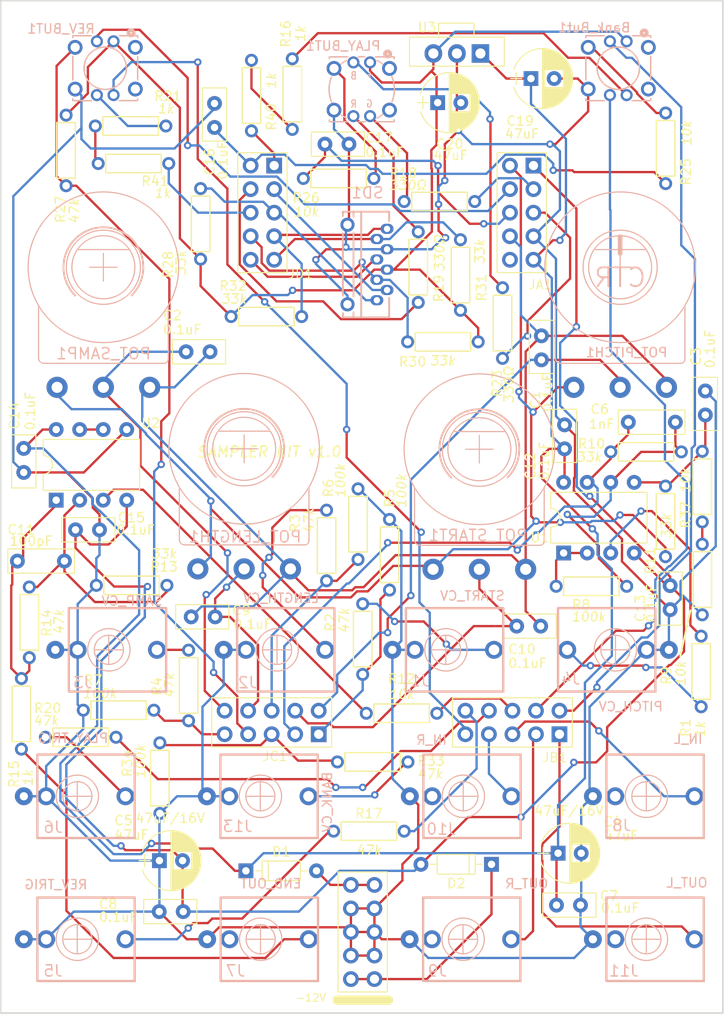
<source format=kicad_pcb>
(kicad_pcb (version 20221018) (generator pcbnew)
  (layers (0 "F.Cu" signal) (31 "B.Cu" signal) (34 "B.Paste" user) (35 "F.Paste" user) (36 "B.SilkS" user "B.Silkscreen") (37 "F.SilkS" user "F.Silkscreen") (38 "B.Mask" user) (39 "F.Mask" user) (44 "Edge.Cuts" user))
  (net 0 "")
  (net 1 "GND")
  (net 2 "+3V3")
  (net 3 "/A4")
  (net 4 "GNDADC")
  (net 5 "/A5")
  (net 6 "Net-(Bank_But1-B)")
  (net 7 "+12V")
  (net 8 "-12VA")
  (net 9 "/A2")
  (net 10 "/A7")
  (net 11 "/A6")
  (net 12 "Net-(R16-Pad1)")
  (net 13 "Net-(C11-Pad2)")
  (net 14 "/D6")
  (net 15 "/D8")
  (net 16 "/A9")
  (net 17 "Net-(R21-Pad1)")
  (net 19 "Net-(Bank_But1-POLE-A)")
  (net 21 "Net-(U1B-+)")
  (net 22 "Net-(U1B--)")
  (net 23 "/D15")
  (net 24 "/D13")
  (net 25 "/AUDIO_IN2")
  (net 26 "Net-(U2A--)")
  (net 27 "/AUDIO_OUT1")
  (net 28 "Net-(D1-A)")
  (net 29 "Net-(D2-K)")
  (net 30 "/AUDIO_OUT2")
  (net 31 "Net-(J1-SIG)")
  (net 32 "/AUDIO_IN1")
  (net 33 "VREF+")
  (net 34 "/D11")
  (net 35 "/D10")
  (net 36 "/D14")
  (net 37 "/D12")
  (net 38 "/Unused(5V)")
  (net 39 "/D0")
  (net 40 "/D1")
  (net 41 "/D3")
  (net 42 "/D2")
  (net 43 "/D5")
  (net 44 "/D19")
  (net 45 "/D18")
  (net 46 "/D7")
  (net 47 "/D17")
  (net 48 "/D16")
  (net 49 "/D9")
  (net 50 "/A0")
  (net 51 "/A1")
  (net 52 "/A3")
  (net 53 "/A8")
  (net 54 "Net-(J2-SIG)")
  (net 55 "Net-(J3-SIG)")
  (net 56 "Net-(J4-SIG)")
  (net 58 "Net-(J7-SIG)")
  (net 63 "Net-(J13-SIG)")
  (net 64 "Net-(PLAY_BUT1-B)")
  (net 65 "Net-(PLAY_BUT1-R)")
  (net 66 "Net-(PLAY_BUT1-G)")
  (net 68 "Net-(PLAY_BUT1-POLE-A)")
  (net 70 "Net-(U1A-+)")
  (net 71 "Net-(U1A--)")
  (net 72 "Net-(R37-Pad1)")
  (net 73 "Net-(U2A-+)")
  (net 74 "Net-(REV_BUT1-R)")
  (net 75 "/D4")
  (net 78 "Net-(U2B--)")
  (net 79 "Net-(J5-SIG)")
  (net 80 "Net-(J6-SIG)")
  (footprint "4ms_Resistor:R_Axial_DIN0207_L6.3mm_D2.5mm_P7.62mm_Horizontal" (layer "F.Cu") (at 51.77 102.02)
    (fp_text reference "R17")
    (fp_text value "47k_TH0.125")
  )
  (footprint "4ms_Capacitor:C_Disc_P2.54mm" (layer "F.Cu") (at 73.349 110)
    (fp_text reference "C7")
    (fp_text value "0.1uF_Disc_TH" hide)
  )
  (footprint "4ms_Capacitor:C_Disc_P2.54mm" (layer "F.Cu") (at 48.349 27.9)
    (fp_text reference "C17")
    (fp_text value "0.1uF_Disc_TH" hide)
  )
  (footprint "4ms_Resistor:R_Axial_DIN0207_L6.3mm_D2.5mm_P7.62mm_Horizontal" (layer "F.Cu") (at 48.5 31.6 180)
    (fp_text reference "R26")
    (fp_text value "10k_TH0.125")
  )
  (footprint "4ms_Resistor:R_Axial_DIN0207_L6.3mm_D2.5mm_P7.62mm_Horizontal" (layer "F.Cu") (at 51.1 81.3 -90)
    (fp_text reference "R2")
    (fp_text value "47k_TH0.125")
  )
  (footprint "4ms_Resistor:R_Axial_DIN0207_L6.3mm_D2.5mm_P7.62mm_Horizontal" (layer "F.Cu") (at 87.77 64.85 90)
    (fp_text reference "R37")
    (fp_text value "10k_TH0.125")
  )
  (footprint "4ms_Diode:D_DO-35_P7.62mm_Horizontal" (layer "F.Cu") (at 61.2 105.6 180)
    (fp_text reference "D2")
    (fp_text value "SB140-E3_TH")
  )
  (footprint "4ms_Resistor:R_Axial_DIN0207_L6.3mm_D2.5mm_P7.62mm_Horizontal" (layer "F.Cu") (at 52.18 94.55 180)
    (fp_text reference "R33")
    (fp_text value "47k_TH0.125")
  )
  (footprint "4ms_Connector:Socket_2x05_2.54mm_TH" (layer "F.Cu") (at 41.271978 90.2938 -90)
    (fp_text reference "JC1")
    (fp_text value "Socket_02x05_TH")
  )
  (footprint "4ms_Resistor:R_Axial_DIN0207_L6.3mm_D2.5mm_P7.62mm_Horizontal" (layer "F.Cu") (at 43.5 22.5 90)
    (fp_text reference "R16")
    (fp_text value "1k_TH0.125")
  )
  (footprint "4ms_Capacitor:C_Disc_P2.54mm" (layer "F.Cu") (at 70.4 49.851 90)
    (fp_text reference "C1")
    (fp_text value "0.1uF_Disc_TH" hide)
  )
  (footprint "4ms_Capacitor:CP_Radial_P2.5mm" (layer "F.Cu") (at 72.2 104.4)
    (fp_text reference "C4")
    (fp_text value "47uF_16V_TH" hide)
  )
  (footprint "4ms_Resistor:R_Axial_DIN0207_L6.3mm_D2.5mm_P7.62mm_Horizontal" (layer "F.Cu") (at 54 72.2 -90)
    (fp_text reference "R5")
    (fp_text value "100k_TH0.125")
  )
  (footprint "4ms_Resistor:R_Axial_DIN0207_L6.3mm_D2.5mm_P7.62mm_Horizontal" (layer "F.Cu") (at 15.1 79.49 -90)
    (fp_text reference "R14")
    (fp_text value "47k_TH0.125")
  )
  (footprint "4ms_Resistor:R_Axial_DIN0207_L6.3mm_D2.5mm_P7.62mm_Horizontal" (layer "F.Cu") (at 83.8168 28.3496 -90)
    (fp_text reference "R25")
    (fp_text value "10k_TH0.125")
  )
  (footprint "4ms_Capacitor:C_Disc_P2.54mm" (layer "F.Cu") (at 21.41 69.51)
    (fp_text reference "C15")
    (fp_text value "0.1uF_Disc_TH" hide)
  )
  (footprint "4ms_Capacitor:CP_Radial_P2.5mm" (layer "F.Cu") (at 69.275 20.825)
    (fp_text reference "C19")
    (fp_text value "47uF_16V_TH" hide)
  )
  (footprint "4ms_Capacitor:CP_Radial_P2.5mm" (layer "F.Cu") (at 59.2 23.425)
    (fp_text reference "C20")
    (fp_text value "47uF_16V_TH" hide)
  )
  (footprint "4ms_Diode:D_DO-35_P7.62mm_Horizontal" (layer "F.Cu") (at 42.3 106.3)
    (fp_text reference "D1")
    (fp_text value "SB140-E3_TH")
  )
  (footprint "4ms_Capacitor:C_Disc_P2.54mm" (layer "F.Cu") (at 84.3 76.849 -90)
    (fp_text reference "C13")
    (fp_text value "0.1uF_Disc_TH" hide)
  )
  (footprint "4ms_Resistor:R_Axial_DIN0207_L6.3mm_D2.5mm_P7.62mm_Horizontal" (layer "F.Cu") (at 66.2 47.2 -90)
    (fp_text reference "R23")
    (fp_text value "330Ω_TH0.125")
  )
  (footprint "4ms_Capacitor:C_Disc_P2.54mm" (layer "F.Cu") (at 33.851 78.9 180)
    (fp_text reference "C9")
    (fp_text value "0.1uF_Disc_TH" hide)
  )
  (footprint "4ms_Package_DIP:DIP-8pin_TH" (layer "F.Cu") (at 72.8 72.01 90)
    (fp_text reference "U1")
    (fp_text value "TL082_TH")
  )
  (footprint "4ms_Resistor:R_Axial_DIN0207_L6.3mm_D2.5mm_P7.62mm_Horizontal" (layer "F.Cu") (at 59.763 49.2284 180)
    (fp_text reference "R30")
    (fp_text value "33k_TH0.125")
  )
  (footprint "4ms_Resistor:R_Axial_DIN0207_L6.3mm_D2.5mm_P7.62mm_Horizontal" (layer "F.Cu") (at 26.04 25.94)
    (fp_text reference "R21")
    (fp_text value "1k_TH0.125")
  )
  (footprint "4ms_Resistor:R_Axial_DIN0207_L6.3mm_D2.5mm_P7.62mm_Horizontal" (layer "F.Cu") (at 20.65 91.89)
    (fp_text reference "R20")
    (fp_text value "47k_TH0.125")
  )
  (footprint "4ms_Connector:Pins_2x05_2.54mm_TH_Europower" (layer "F.Cu") (at 51.1 112.9)
    (fp_text reference "J14" hide)
    (fp_text value "Eurorack_Power_10pin_Unshrouded")
  )
  (footprint "4ms_Resistor:R_Axial_DIN0207_L6.3mm_D2.5mm_P7.62mm_Horizontal" (layer "F.Cu") (at 32.3 86.3 -90)
    (fp_text reference "R4")
    (fp_text value "47k_TH0.125")
  )
  (footprint "4ms_Resistor:R_Axial_DIN0207_L6.3mm_D2.5mm_P7.62mm_Horizontal" (layer "F.Cu") (at 33.6 36.5 90)
    (fp_text reference "R28")
    (fp_text value "33k_TH0.125")
  )
  (footprint "4ms_Resistor:R_Axial_DIN0207_L6.3mm_D2.5mm_P7.62mm_Horizontal" (layer "F.Cu") (at 39.09 22.66 90)
    (fp_text reference "R40")
    (fp_text value "1k_TH0.125")
  )
  (footprint "4ms_Resistor:R_Axial_DIN0207_L6.3mm_D2.5mm_P7.62mm_Horizontal" (layer "F.Cu") (at 87.65 84.79 90)
    (fp_text reference "R1")
    (fp_text value "1k_TH0.125")
  )
  (footprint "4ms_Resistor:R_Axial_DIN0207_L6.3mm_D2.5mm_P7.62mm_Horizontal" (layer "F.Cu") (at 26.35 29.99 180)
    (fp_text reference "R41")
    (fp_text value "1k_TH0.125")
  )
  (footprint "4ms_Resistor:R_Axial_DIN0207_L6.3mm_D2.5mm_P7.62mm_Horizontal" (layer "F.Cu") (at 55.3 89.3 180)
    (fp_text reference "R12")
    (fp_text value "10k_TH0.125")
  )
  (footprint "4ms_Capacitor:C_Disc_P2.54mm" (layer "F.Cu") (at 30.4 110.7 180)
    (fp_text reference "C8")
    (fp_text value "0.1uF_Disc_TH" hide)
  )
  (footprint "4ms_Resistor:R_Axial_DIN0207_L6.3mm_D2.5mm_P7.62mm_Horizontal" (layer "F.Cu") (at 19.0722 28.5782 -90)
    (fp_text reference "R27")
    (fp_text value "10k_TH0.125")
  )
  (footprint "4ms_Capacitor:C_Disc_P5.08mm" (layer "F.Cu") (at 82.3 57.9)
    (fp_text reference "C6")
    (fp_text value "1nF_Disc_TH" hide)
  )
  (footprint "4ms_Resistor:R_Axial_DIN0207_L6.3mm_D2.5mm_P7.62mm_Horizontal" (layer "F.Cu") (at 50.6 68.9 -90)
    (fp_text reference "R6")
    (fp_text value "100k_TH0.125")
  )
  (footprint "4ms_Resistor:R_Axial_DIN0207_L6.3mm_D2.5mm_P7.62mm_Horizontal" (layer "F.Cu") (at 87.77 74.87 90)
    (fp_text reference "R9")
    (fp_text value "10k_TH0.125")
  )
  (footprint "4ms_Resistor:R_Axial_DIN0207_L6.3mm_D2.5mm_P7.62mm_Horizontal" (layer "F.Cu") (at 40.7 46.5)
    (fp_text reference "R32")
    (fp_text value "33k_TH0.125")
  )
  (footprint "4ms_Capacitor:C_Disc_P2.54mm" (layer "F.Cu") (at 33.349 50.3)
    (fp_text reference "C2")
    (fp_text value "0.1uF_Disc_TH" hide)
  )
  (footprint "4ms_Resistor:R_Axial_DIN0207_L6.3mm_D2.5mm_P7.62mm_Horizontal" (layer "F.Cu") (at 26.15 75.5)
    (fp_text reference "R13")
    (fp_text value "33k_TH0.125")
  )
  (footprint "4ms_Resistor:R_Axial_DIN0207_L6.3mm_D2.5mm_P7.62mm_Horizontal" (layer "F.Cu") (at 57.1 41.17 90)
    (fp_text reference "R19")
    (fp_text value "330Ω_TH0.125")
  )
  (footprint "4ms_Capacitor:CP_Radial_P2.5mm" (layer "F.Cu") (at 29.15 105.2)
    (fp_text reference "C5")
    (fp_text value "47uF_16V_TH" hide)
  )
  (footprint "4ms_Capacitor:C_Disc_P2.54mm" (layer "F.Cu") (at 14.5 62.049 -90)
    (fp_text reference "C14")
    (fp_text value "0.1uF_Disc_TH" hide)
  )
  (footprint "4ms_Resistor:R_Axial_DIN0207_L6.3mm_D2.5mm_P7.62mm_Horizontal" (layer "F.Cu") (at 29.2 96.3 90)
    (fp_text reference "R34")
    (fp_text value "100k_TH0.125")
  )
  (footprint "4ms_Connector:Socket_2x05_2.54mm_TH" (layer "F.Cu") (at 68.272 35.293808)
    (fp_text reference "JA1")
    (fp_text value "Socket_02x05_TH")
  )
  (footprint "4ms_Resistor:R_Axial_DIN0207_L6.3mm_D2.5mm_P7.62mm_Horizontal" (layer "F.Cu") (at 61.66 42.02 90)
    (fp_text reference "R31")
    (fp_text value "33k_TH0.125")
  )
  (footprint "4ms_Package_DIP:DIP-8pin_TH" (layer "F.Cu") (at 18 66.31 90)
    (fp_text reference "U2")
    (fp_text value "TL082_TH")
  )
  (footprint "4ms_Resistor:R_Axial_DIN0207_L6.3mm_D2.5mm_P7.62mm_Horizontal" (layer "F.Cu") (at 24.74 88.97)
    (fp_text reference "R7")
    (fp_text value "100k_TH0.125")
  )
  (footprint "4ms_Package_TO:TO-220-3_PXO78xx-500" (layer "F.Cu") (at 63.815 14.5975 180)
    (fp_text reference "U3")
    (fp_text value "78M33_TH")
  )
  (footprint "4ms_Capacitor:C_Disc_P2.54mm" (layer "F.Cu") (at 72.9 59.451 90)
    (fp_text reference "C12")
    (fp_text value "0.1uF_Disc_TH" hide)
  )
  (footprint "4ms_Capacitor:C_Disc_P2.54mm" (layer "F.Cu") (at 35.1 24.7792 90)
    (fp_text reference "C16")
    (fp_text value "0.1uF_Disc_TH" hide)
  )
  (footprint "4ms_Resistor:R_Axial_DIN0207_L6.3mm_D2.5mm_P7.62mm_Horizontal" (layer "F.Cu") (at 83.8 68.6 -90)
    (fp_text reference "R11")
    (fp_text value "1k_TH0.125")
  )
  (footprint "4ms_Resistor:R_Axial_DIN0207_L6.3mm_D2.5mm_P7.62mm_Horizontal" (layer "F.Cu") (at 81.7 61.1)
    (fp_text reference "R10")
    (fp_text value "33k_TH0.125")
  )
  (footprint "4ms_Resistor:R_Axial_DIN0207_L6.3mm_D2.5mm_P7.62mm_Horizontal" (layer "F.Cu") (at 14.25 89.36 -90)
    (fp_text reference "R15")
    (fp_text value "1k_TH0.125")
  )
  (footprint "4ms_Capacitor:C_Disc_P5.08mm" (layer "F.Cu") (at 16.38 72.88 180)
    (fp_text reference "C11")
    (fp_text value "100pF_Disc_TH" hide)
  )
  (footprint "4ms_Resistor:R_Axial_DIN0207_L6.3mm_D2.5mm_P7.62mm_Horizontal" (layer "F.Cu") (at 59.39 34.09 180)
    (fp_text reference "R18")
    (fp_text value "330Ω_TH0.125")
  )
  (footprint "4ms_Connector:Socket_2x05_2.54mm_TH" (layer "F.Cu") (at 67.272002 90.2938 -90)
    (fp_text reference "JB1")
    (fp_text value "Socket_02x05_TH")
  )
  (footprint "4ms_Resistor:R_Axial_DIN0207_L6.3mm_D2.5mm_P7.62mm_Horizontal" (layer "F.Cu") (at 75.8 75.6)
    (fp_text reference "R8")
    (fp_text value "100k_TH0.125")
  )
  (footprint "4ms_Capacitor:C_Disc_P2.54mm" (layer "F.Cu") (at 88.1 55.849 -90)
    (fp_text reference "C3")
    (fp_text value "0.1uF_Disc_TH" hide)
  )
  (footprint "4ms_Connector:Socket_2x05_2.54mm_TH" (layer "F.Cu") (at 40.27198 35.293808)
    (fp_text reference "JD1")
    (fp_text value "Socket_02x05_TH")
  )
  (footprint "4ms_Resistor:R_Axial_DIN0207_L6.3mm_D2.5mm_P7.62mm_Horizontal" (layer "F.Cu") (at 47.2 71.2 -90)
    (fp_text reference "R3")
    (fp_text value "47k_TH0.125")
  )
  (footprint "4ms_Capacitor:C_Disc_P2.54mm" (layer "F.Cu") (at 69.049 79.9)
    (fp_text reference "C10")
    (fp_text value "0.1uF_Disc_TH" hide)
  )
  (footprint "4ms_Jack:EighthInch_PJ398SM" (layer "B.Cu") (at 61.957 98.257236 180)
    (fp_text reference "J10")
    (fp_text value "AUDIO_INR")
  )
  (footprint "4ms_Switch:Button_RgbLED_SPST_TC002" (layer "B.Cu") (at 78.7 19.707236 180)
    (fp_text reference "Bank_But1")
    (fp_text value "Button_SPST_RGB_5.4mmCap")
  )
  (footprint "4ms_Connector_Card:CardSlot_MicroSD_YamaichiPJS008U-3000" (layer "B.Cu") (at 51.01 41.29 90)
    (fp_text reference "SD1")
    (fp_text value "microSDCon_Vert_TH_PJS008U-3000")
  )
  (footprint "4ms_Potentiometer:Pot_16mm_NoDet_RV16AF-4A" (layer "B.Cu") (at 38.3 60.77 180)
    (fp_text reference "POT_LENGTH1")
    (fp_text value "16mm_NoDet_10k")
  )
  (footprint "4ms_Jack:EighthInch_PJ398SM" (layer "B.Cu") (at 41.85 82.457236 180)
    (fp_text reference "J2")
    (fp_text value "LENGTH_CV")
  )
  (footprint "4ms_Potentiometer:Pot_16mm_CtrDet_RV16AF-4A" (layer "B.Cu") (at 78.9 41.182236 180)
    (fp_text reference "POT_PITCH1")
    (fp_text value "16mm_CtrDet_10k")
  )
  (footprint "4ms_Jack:EighthInch_PJ398SM" (layer "B.Cu") (at 40.07 113.682236 180)
    (fp_text reference "J7")
    (fp_text value "END_OUT")
  )
  (footprint "4ms_Jack:EighthInch_PJ398SM" (layer "B.Cu") (at 20.275 98.257236 180)
    (fp_text reference "J6")
    (fp_text value "PLAY_TRIG")
  )
  (footprint "4ms_Jack:EighthInch_PJ398SM" (layer "B.Cu") (at 78.4 82.457236)
    (fp_text reference "J4")
    (fp_text value "PITCH CV")
  )
  (footprint "4ms_Switch:Button_RgbLED_SPST_TC002" (layer "B.Cu") (at 23.3 19.707236 180)
    (fp_text reference "REV_BUT1")
    (fp_text value "Button_SPST_RGB_5.4mmCap")
  )
  (footprint "4ms_Jack:EighthInch_PJ398SM" (layer "B.Cu") (at 20.275 113.682236 180)
    (fp_text reference "J5")
    (fp_text value "REV_TRIG")
  )
  (footprint "4ms_Jack:EighthInch_PJ398SM" (layer "B.Cu") (at 61.93 113.682236 180)
    (fp_text reference "J9")
    (fp_text value "AUIDO_OUTR")
  )
  (footprint "4ms_Jack:EighthInch_PJ398SM" (layer "B.Cu") (at 81.725 98.257236 180)
    (fp_text reference "J8")
    (fp_text value "AUDIO_INL")
  )
  (footprint "4ms_Jack:EighthInch_PJ398SM" (layer "B.Cu") (at 60.075 82.457236 180)
    (fp_text reference "J1")
    (fp_text value "START_CV")
  )
  (footprint "4ms_Jack:EighthInch_PJ398SM" (layer "B.Cu") (at 81.725 113.682236 180)
    (fp_text reference "J11")
    (fp_text value "AUDIO_OUTL")
  )
  (footprint "4ms_Jack:EighthInch_PJ398SM" (layer "B.Cu") (at 40.043 98.257236 180)
    (fp_text reference "J13")
    (fp_text value "BANK_CV")
  )
  (footprint "4ms_Potentiometer:Pot_16mm_NoDet_RV16AF-4A" (layer "B.Cu") (at 63.7 60.814319 180)
    (fp_text reference "POT_START1")
    (fp_text value "16mm_NoDet_10k")
  )
  (footprint "4ms_Switch:Button_RgbLED_SPST_PB615303HL-7mm" (layer "B.Cu") (at 51 21.982236 180)
    (fp_text reference "PLAY_BUT1")
    (fp_text value "Button_SPST_RGB_7mmCap")
  )
  (footprint "4ms_Potentiometer:Pot_16mm_NoDet_RV16AF-4A" (layer "B.Cu") (at 23.1 41.182236 180)
    (fp_text reference "POT_SAMP1")
    (fp_text value "16mm_NoDet_10k")
  )
  (footprint "4ms_Jack:EighthInch_PJ398SM" (layer "B.Cu") (at 23.675 82.457236 180)
    (fp_text reference "J3")
    (fp_text value "SAMP_CV")
  )
  (gr_line (start 86.5 78.2) (end 85.39 83.155) (stroke (width 0.2)) (layer "F.SilkS"))
  (gr_line (start 89.989 121.6438) (end 89.989 12.4238) (stroke (width 0.15)) (layer "Edge.Cuts"))
  (gr_line (start 12.011 121.6438) (end 89.989 121.6438) (stroke (width 0.15)) (layer "Edge.Cuts"))
  (gr_line (start 12.011 12.4238) (end 89.989 12.4238) (stroke (width 0.15)) (layer "Edge.Cuts"))
  (gr_line (start 12.011 121.6438) (end 12.011 12.4238) (stroke (width 0.15)) (layer "Edge.Cuts"))
  (gr_text "REV_TRIG" (at 14.5 107.2) (layer "B.SilkS") (effects (font (size 1 1)) (justify right top mirror)))
  (gr_text "IN_L" (at 84.6 91.5) (layer "B.SilkS") (effects (font (size 1 1)) (justify right top mirror)))
  (gr_text "END_OUT" (at 37.8 107.1) (layer "B.SilkS") (effects (font (size 1 1)) (justify right top mirror)))
  (gr_text "BANK_CV" (at 46.69 102.24 90) (layer "B.SilkS") (effects (font (size 1 1)) (justify right top mirror)))
  (gr_text "OUT_L" (at 83.8 107) (layer "B.SilkS") (effects (font (size 1 1)) (justify right top mirror)))
  (gr_text "START_CV" (at 59.37 76.05) (layer "B.SilkS") (effects (font (size 1 1)) (justify right top mirror)))
  (gr_text "OUT_R" (at 66.4 107.1) (layer "B.SilkS") (effects (font (size 1 1)) (justify right top mirror)))
  (gr_text "LENGTH_CV" (at 38.1 76.3) (layer "B.SilkS") (effects (font (size 1 1)) (justify right top mirror)))
  (gr_text "IN_R" (at 56.8 91.6) (layer "B.SilkS") (effects (font (size 1 1)) (justify right top mirror)))
  (gr_text "SAMP_CV" (at 22.8 76.6) (layer "B.SilkS") (effects (font (size 1 1)) (justify right top mirror)))
  (gr_text "PLAY_TRIG" (at 16 91.4) (layer "B.SilkS") (effects (font (size 1 1)) (justify right top mirror)))
  (gr_text "PITCH_CV" (at 76.5 88) (layer "B.SilkS") (effects (font (size 1 1)) (justify right top mirror)))
  (gr_text "SAMPLER KIT v1.0" (at 41 61.1) (layer "F.SilkS") (effects (font (size 1.143 1.143) (thickness 0.1778) italic)))
  (segment (start 25.62 58.69) (end 20.991 63.319) (width 0.25) (layer "F.Cu") (net 1))
  (segment (start 53.152236 113.682236) (end 52.37 112.9) (width 0.25) (layer "F.Cu") (net 1))
  (segment (start 49.83 115.44) (end 52.37 115.44) (width 0.25) (layer "F.Cu") (net 1))
  (segment (start 29.13 110.7) (end 32.112236 113.682236) (width 0.25) (layer "F.Cu") (net 1))
  (segment (start 71.775 20.825) (end 74.317764 20.825) (width 0.25) (layer "F.Cu") (net 1))
  (segment (start 49.83 110.36) (end 49.83 112.9) (width 0.25) (layer "F.Cu") (net 1))
  (segment (start 21.955 67.125) (end 22.68 67.85) (width 0.25) (layer "F.Cu") (net 1))
  (segment (start 73.925 64.855991) (end 73.9 64.880991) (width 0.25) (layer "F.Cu") (net 1))
  (segment (start 49.83 112.9) (end 52.37 112.9) (width 0.25) (layer "F.Cu") (net 1))
  (segment (start 57.1 103.88) (end 55.39 105.59) (width 0.25) (layer "F.Cu") (net 1))
  (segment (start 79.1 70.5) (end 79.1 72.919) (width 0.25) (layer "F.Cu") (net 1))
  (segment (start 75.45 21.957236) (end 75.45 24.37) (width 0.25) (layer "F.Cu") (net 1))
  (segment (start 14.5 63.319) (end 18.76 63.319) (width 0.25) (layer "F.Cu") (net 1))
  (segment (start 56.1642 113.682236) (end 53.152236 113.682236) (width 0.25) (layer "F.Cu") (net 1))
  (segment (start 35.5944 112.392036) (end 49.322036 112.392036) (width 0.25) (layer "F.Cu") (net 1))
  (segment (start 46.042701 40.367299) (end 47.161787 39.248213) (width 0.25) (layer "F.Cu") (net 1))
  (segment (start 49.051787 39.248213) (end 49.29 39.01) (width 0.25) (layer "F.Cu") (net 1))
  (segment (start 19.139991 63.319) (end 21.955 66.134009) (width 0.25) (layer "F.Cu") (net 1))
  (segment (start 60.057299 38.002701) (end 59.2945 37.239902) (width 0.25) (layer "F.Cu") (net 1))
  (segment (start 59.9645 27.9105) (end 61.45 26.425) (width 0.25) (layer "F.Cu") (net 1))
  (segment (start 71.325 27.9) (end 71.92 27.9) (width 0.25) (layer "F.Cu") (net 1))
  (segment (start 32.112236 113.682236) (end 34.3042 113.682236) (width 0.25) (layer "F.Cu") (net 1))
  (segment (start 59.9645 31.8245) (end 59.9645 27.9105) (width 0.25) (layer "F.Cu") (net 1))
  (segment (start 49.619 27.9) (end 49.619 36.43848) (width 0.25) (layer "F.Cu") (net 1))
  (segment (start 52.37 115.44) (end 52.37 112.9) (width 0.25) (layer "F.Cu") (net 1))
  (segment (start 79.1 72.919) (end 84.3 78.119) (width 0.25) (layer "F.Cu") (net 1))
  (segment (start 18.76 63.319) (end 19.139991 63.319) (width 0.25) (layer "F.Cu") (net 1))
  (segment (start 74.317764 20.825) (end 75.45 21.957236) (width 0.25) (layer "F.Cu") (net 1))
  (segment (start 47.161787 39.248213) (end 49.051787 39.248213) (width 0.25) (layer "F.Cu") (net 1))
  (segment (start 61.45 26.425) (end 61.275 26.25) (width 0.25) (layer "F.Cu") (net 1))
  (segment (start 20.991 63.319) (end 18.76 63.319) (width 0.25) (layer "F.Cu") (net 1))
  (segment (start 55.39 105.59) (end 55.39 107.34) (width 0.25) (layer "F.Cu") (net 1))
  (segment (start 57.1 99.166036) (end 57.1 103.88) (width 0.25) (layer "F.Cu") (net 1))
  (segment (start 21.955 66.134009) (end 21.955 67.125) (width 0.25) (layer "F.Cu") (net 1))
  (segment (start 72.9 58.181) (end 74.025 59.306) (width 0.25) (layer "F.Cu") (net 1))
  (segment (start 52.37 110.36) (end 49.83 110.36) (width 0.25) (layer "F.Cu") (net 1))
  (segment (start 34.3042 113.682236) (end 35.5944 112.392036) (width 0.25) (layer "F.Cu") (net 1))
  (segment (start 59.2945 37.239902) (end 59.2945 34.389) (width 0.25) (layer "F.Cu") (net 1))
  (segment (start 61.275 26.25) (end 61.275 18.1175) (width 0.25) (layer "F.Cu") (net 1))
  (segment (start 74.025 59.306) (end 74.025 63.824009) (width 0.25) (layer "F.Cu") (net 1))
  (segment (start 22.68 69.51) (end 22.68 67.85) (width 0.25) (layer "F.Cu") (net 1))
  (segment (start 74.025 63.824009) (end 73.925 63.924009) (width 0.25) (layer "F.Cu") (net 1))
  (segment (start 73.9 64.880991) (end 73.9 65.3) (width 0.25) (layer "F.Cu") (net 1))
  (segment (start 49.83 112.9) (end 49.83 115.44) (width 0.25) (layer "F.Cu") (net 1))
  (segment (start 56.1912 98.257236) (end 57.1 99.166036) (width 0.25) (layer "F.Cu") (net 1))
  (segment (start 71.92 27.9) (end 75.45 24.37) (width 0.25) (layer "F.Cu") (net 1))
  (segment (start 73.9 65.3) (end 79.1 70.5) (width 0.25) (layer "F.Cu") (net 1))
  (segment (start 55.39 107.34) (end 52.37 110.36) (width 0.25) (layer "F.Cu") (net 1))
  (segment (start 73.925 63.924009) (end 73.925 64.855991) (width 0.25) (layer "F.Cu") (net 1))
  (segment (start 52.37 112.9) (end 52.37 110.36) (width 0.25) (layer "F.Cu") (net 1))
  (via (at 71.325 27.9) (size 0.8) (drill 0.4) (layers "F.Cu" "B.Cu") (net 1))
  (via (at 61.45 26.425) (size 0.8) (drill 0.4) (layers "F.Cu" "B.Cu") (net 1))
  (via (at 49.29 39.01) (size 0.8) (drill 0.4) (layers "F.Cu" "B.Cu") (net 1))
  (via (at 59.2945 34.389) (size 0.8) (drill 0.4) (layers "F.Cu" "B.Cu") (net 1))
  (via (at 59.9645 31.8245) (size 0.8) (drill 0.4) (layers "F.Cu" "B.Cu") (net 1))
  (via (at 46.042701 40.367299) (size 0.8) (drill 0.4) (layers "F.Cu" "B.Cu") (net 1))
  (via (at 60.057299 38.002701) (size 0.8) (drill 0.4) (layers "F.Cu" "B.Cu") (net 1))
  (segment (start 59.2945 34.389) (end 59.2945 32.4945) (width 0.25) (layer "B.Cu") (net 1))
  (segment (start 30.7866 28.37) (end 35.1 24.0566) (width 0.25) (layer "B.Cu") (net 1))
  (segment (start 22.68 72.23) (end 22.34 72.57) (width 0.25) (layer "B.Cu") (net 1))
  (segment (start 49.520143 39.240143) (end 49.29 39.01) (width 0.25) (layer "B.Cu") (net 1))
  (segment (start 46.042701 40.819127) (end 49.46008 44.236506) (width 0.25) (layer "B.Cu") (net 1))
  (segment (start 81.7528 82.457236) (end 84.1658 82.457236) (width 0.25) (layer "B.Cu") (net 1))
  (segment (start 20.93 88.97) (end 20.93 90.99) (width 0.25) (layer "B.Cu") (net 1))
  (segment (start 20.73 26.1608) (end 20.73 22.637236) (width 0.25) (layer "B.Cu") (net 1))
  (segment (start 74.619 112.342036) (end 75.9592 113.682236) (width 0.25) (layer "B.Cu") (net 1))
  (segment (start 58.181964 115.7) (end 73.941436 115.7) (width 0.25) (layer "B.Cu") (net 1))
  (segment (start 75.6 88.610036) (end 81.7528 82.457236) (width 0.25) (layer "B.Cu") (net 1))
  (segment (start 73.941436 115.7) (end 75.9592 113.682236) (width 0.25) (layer "B.Cu") (net 1))
  (segment (start 74.7 99.516436) (end 75.9592 98.257236) (width 0.25) (layer "B.Cu") (net 1))
  (segment (start 23.864964 105.2) (end 16.9222 98.257236) (width 0.25) (layer "B.Cu") (net 1))
  (segment (start 85.425 75.085) (end 89.225 71.285) (width 0.25) (layer "B.Cu") (net 1))
  (segment (start 72.9 58.181) (end 71.975 57.256) (width 0.25) (layer "B.Cu") (net 1))
  (segment (start 36.0842 82.457236) (end 36.0842 86.3158) (width 0.25) (layer "B.Cu") (net 1))
  (segment (start 71.975 57.256) (end 71.975 40.266808) (width 0.25) (layer "B.Cu") (net 1))
  (segment (start 85.425 76.31) (end 85.425 76.335) (width 0.25) (layer "B.Cu") (net 1))
  (segment (start 89.225 55.6532) (end 88.1 54.5282) (width 0.25) (layer "B.Cu") (net 1))
  (segment (start 89.225 71.285) (end 89.225 55.6532) (width 0.25) (layer "B.Cu") (net 1))
  (segment (start 49.29 39.01) (end 49.29 36.76748) (width 0.25) (layer "B.Cu") (net 1))
  (segment (start 54 68.39) (end 50.7 65.09) (width 0.25) (layer "B.Cu") (net 1))
  (segment (start 72.4 34.975808) (end 69.542 37.833808) (width 0.25) (layer "B.Cu") (net 1))
  (segment (start 16.9222 113.682236) (end 19.904436 110.7) (width 0.25) (layer "B.Cu") (net 1))
  (segment (start 29.15 105.2) (end 29.15 110.68) (width 0.25) (layer "B.Cu") (net 1))
  (segment (start 74.619 110) (end 74.619 112.342036) (width 0.25) (layer "B.Cu") (net 1))
  (segment (start 85.425 76.31) (end 85.425 75.085) (width 0.25) (layer "B.Cu") (net 1))
  (segment (start 74.7 104.4) (end 74.7 109.919) (width 0.25) (layer "B.Cu") (net 1))
  (segment (start 29.15 105.2) (end 23.864964 105.2) (width 0.25) (layer "B.Cu") (net 1))
  (segment (start 75.6 97.898036) (end 75.6 88.610036) (width 0.25) (layer "B.Cu") (net 1))
  (segment (start 20.73 26.1608) (end 20.6504 26.2404) (width 0.25) (layer "B.Cu") (net 1))
  (segment (start 53.72982 39.240143) (end 49.520143 39.240143) (width 0.25) (layer "B.Cu") (net 1))
  (segment (start 36.0842 86.3158) (end 33.799407 88.600593) (width 0.25) (layer "B.Cu") (net 1))
  (segment (start 56.1912 98.257236) (end 54.3092 96.375236) (width 0.25) (layer "B.Cu") (net 1))
  (segment (start 29.2 100.11) (end 31.052764 98.257236) (width 0.25) (layer "B.Cu") (net 1))
  (segment (start 20.3222 88.3622) (end 20.93 88.97) (width 0.25) (layer "B.Cu") (net 1))
  (segment (start 21.74 28.37) (end 30.7866 28.37) (width 0.25) (layer "B.Cu") (net 1))
  (segment (start 49.46008 44.236506) (end 49.46008 45.1826) (width 0.25) (layer "B.Cu") (net 1))
  (segment (start 72.4 28.674695) (end 72.4 34.975808) (width 0.25) (layer "B.Cu") (net 1))
  (segment (start 62.925 27.9) (end 61.45 26.425) (width 0.25) (layer "B.Cu") (net 1))
  (segment (start 60.057299 38.002701) (end 59.787299 38.002701) (width 0.25) (layer "B.Cu") (net 1))
  (segment (start 74.7 104.4) (end 74.7 99.516436) (width 0.25) (layer "B.Cu") (net 1))
  (segment (start 13.375 62.194) (end 13.375 33.5158) (width 0.25) (layer "B.Cu") (net 1))
  (segment (start 59.2945 32.4945) (end 59.9645 31.8245) (width 0.25) (layer "B.Cu") (net 1))
  (segment (start 46.042701 40.367299) (end 46.042701 40.819127) (width 0.25) (layer "B.Cu") (net 1))
  (segment (start 71.325 27.9) (end 62.925 27.9) (width 0.25) (layer "B.Cu") (net 1))
  (segment (start 84.1658 82.457236) (end 84.1658 78.2532) (width 0.25) (layer "B.Cu") (net 1))
  (segment (start 14.5092 113.682236) (end 16.9222 113.682236) (width 0.25) (layer "B.Cu") (net 1))
  (segment (start 22.34 72.57) (end 22.34 75.5) (width 0.25) (layer "B.Cu") (net 1))
  (segment (start 55.274399 81.492037) (end 55.274399 69.664399) (width 0.25) (layer "B.Cu") (net 1))
  (segment (start 20.3222 82.457236) (end 20.3222 88.3622) (width 0.25) (layer "B.Cu") (net 1))
  (segment (start 20.73 22.637236) (end 20.05 21.957236) (width 0.25) (layer "B.Cu") (net 1))
  (segment (start 71.325 27.9) (end 71.625305 27.9) (width 0.25) (layer "B.Cu") (net 1))
  (segment (start 20.73 26.1608) (end 20.73 27.36) (width 0.25) (layer "B.Cu") (net 1))
  (segment (start 16.9222 94.9978) (end 20.93 90.99) (width 0.25) (layer "B.Cu") (net 1))
  (segment (start 54.3092 96.375236) (end 54.3092 82.457236) (width 0.25) (layer "B.Cu") (net 1))
  (segment (start 20.3222 77.5178) (end 22.34 75.5) (width 0.25) (layer "B.Cu") (net 1))
  (segment (start 14.5 63.319) (end 13.375 62.194) (width 0.25) (layer "B.Cu") (net 1))
  (segment (start 71.975 40.266808) (end 69.542 37.833808) (width 0.25) (layer "B.Cu") (net 1))
  (segment (start 56.1642 113.682236) (end 58.181964 115.7) (width 0.25) (layer "B.Cu") (net 1))
  (segment (start 71.625305 27.9) (end 72.4 28.674695) (width 0.25) (layer "B.Cu") (net 1))
  (segment (start 59.787299 38.002701) (end 58.549857 39.240143) (width 0.25) (layer "B.Cu") (net 1))
  (segment (start 20.73 27.36) (end 21.74 28.37) (width 0.25) (layer "B.Cu") (net 1))
  (segment (start 54.3092 82.457236) (end 55.274399 81.492037) (width 0.25) (layer "B.Cu") (net 1))
  (segment (start 19.904436 110.7) (end 29.13 110.7) (width 0.25) (layer "B.Cu") (net 1))
  (segment (start 22.68 69.51) (end 22.68 72.23) (width 0.25) (layer "B.Cu") (net 1))
  (segment (start 58.549857 39.240143) (end 53.72982 39.240143) (width 0.25) (layer "B.Cu") (net 1))
  (segment (start 29.15 105.2) (end 29.15 100.16) (width 0.25) (layer "B.Cu") (net 1))
  (segment (start 85.425 76.335) (end 87.77 78.68) (width 0.25) (layer "B.Cu") (net 1))
  (segment (start 48.004 24.232236) (end 48.004 26.285) (width 0.25) (layer "B.Cu") (net 1))
  (segment (start 31.052764 98.257236) (end 36.6902 98.257236) (width 0.25) (layer "B.Cu") (net 1))
  (segment (start 48.004 26.285) (end 49.619 27.9) (width 0.25) (layer "B.Cu") (net 1))
  (segment (start 13.375 33.5158) (end 20.6504 26.2404) (width 0.25) (layer "B.Cu") (net 1))
  (segment (start 55.274399 69.664399) (end 54 68.39) (width 0.25) (layer "B.Cu") (net 1))
  (segment (start 85.425 76.994) (end 85.425 76.31) (width 0.25) (layer "B.Cu") (net 1))
  (segment (start 33.799407 88.600593) (end 33.799407 97.779443) (width 0.25) (layer "B.Cu") (net 1))
  (segment (start 16.9222 98.257236) (end 14.5092 98.257236) (width 0.25) (layer "B.Cu") (net 1))
  (segment (start 54.3092 82.457236) (end 56.7222 82.457236) (width 0.25) (layer "B.Cu") (net 1))
  (segment (start 16.9222 98.257236) (end 16.9222 94.9978) (width 0.25) (layer "B.Cu") (net 1))
  (segment (start 20.3222 77.5178) (end 20.3222 82.457236) (width 0.25) (layer "B.Cu") (net 1))
  (segment (start 38.4972 82.457236) (end 36.0842 82.457236) (width 0.25) (layer "B.Cu") (net 1))
  (segment (start 17.9092 82.457236) (end 20.3222 82.457236) (width 0.25) (layer "B.Cu") (net 1))
  (segment (start 84.3 78.119) (end 85.425 76.994) (width 0.25) (layer "B.Cu") (net 1))
  (segment (start 33.6 43.21) (end 36.89 46.5) (width 0.25) (layer "F.Cu") (net 2))
  (segment (start 58.515 28.535) (end 58.515 30.520305) (width 0.25) (layer "F.Cu") (net 2))
  (segment (start 58.52 20.02) (end 59.075 20.575) (width 0.25) (layer "F.Cu") (net 2))
  (segment (start 63.573 49.2284) (end 63.573 47.743) (width 0.25) (layer "F.Cu") (net 2))
  (segment (start 59.075 20.575) (end 59.075 27.975) (width 0.25) (layer "F.Cu") (net 2))
  (segment (start 31.36 23.967236) (end 31.36 38.07) (width 0.25) (layer "F.Cu") (net 2))
  (segment (start 58.52 20.02) (end 58.735 19.805) (width 0.25) (layer "F.Cu") (net 2))
  (segment (start 57.270037 41.440037) (end 53.72982 41.440037) (width 0.25) (layer "F.Cu") (net 2))
  (segment (start 50.115536 43.67) (end 52.345499 41.440037) (width 0.25) (layer "F.Cu") (net 2))
  (segment (start 61.66 45.83) (end 57.270037 41.440037) (width 0.25) (layer "F.Cu") (net 2))
  (segment (start 54.467411 41.440037) (end 53.72982 41.440037) (width 0.25) (layer "F.Cu") (net 2))
  (segment (start 53.148526 21.25) (end 51.9 20.001474) (width 0.25) (layer "F.Cu") (net 2))
  (segment (start 63.573 47.743) (end 61.66 45.83) (width 0.25) (layer "F.Cu") (net 2))
  (segment (start 52.345499 41.440037) (end 53.72982 41.440037) (width 0.25) (layer "F.Cu") (net 2))
  (segment (start 58.57 30.575305) (end 58.57 37.337448) (width 0.25) (layer "F.Cu") (net 2))
  (segment (start 21.425 22.4154) (end 19.0722 24.7682) (width 0.25) (layer "F.Cu") (net 2))
  (segment (start 24.2 16.807236) (end 21.425 19.582236) (width 0.25) (layer "F.Cu") (net 2))
  (segment (start 58.52 20.02) (end 57.29 21.25) (width 0.25) (layer "F.Cu") (net 2))
  (segment (start 58.515 30.520305) (end 58.57 30.575305) (width 0.25) (layer "F.Cu") (net 2))
  (segment (start 57.29 21.25) (end 53.148526 21.25) (width 0.25) (layer "F.Cu") (net 2))
  (segment (start 31.36 38.07) (end 33.6 40.31) (width 0.25) (layer "F.Cu") (net 2))
  (segment (start 21.425 19.582236) (end 21.425 22.4154) (width 0.25) (layer "F.Cu") (net 2))
  (segment (start 58.735 19.805) (end 58.735 18.1175) (width 0.25) (layer "F.Cu") (net 2))
  (segment (start 24.2 16.807236) (end 31.36 23.967236) (width 0.25) (layer "F.Cu") (net 2))
  (segment (start 59.075 27.975) (end 58.515 28.535) (width 0.25) (layer "F.Cu") (net 2))
  (segment (start 51.9 20.001474) (end 51.9 19.082236) (width 0.25) (layer "F.Cu") (net 2))
  (segment (start 54.467411 41.440037) (end 58.57 37.337448) (width 0.25) (layer "F.Cu") (net 2))
  (segment (start 33.6 40.31) (end 33.6 43.21) (width 0.25) (layer "F.Cu") (net 2))
  (segment (start 43.53 43.67) (end 50.115536 43.67) (width 0.25) (layer "F.Cu") (net 2))
  (via (at 43.53 43.67) (size 0.8) (drill 0.4) (layers "F.Cu" "B.Cu") (net 2))
  (segment (start 78.562764 15.77) (end 61.0825 15.77) (width 0.25) (layer "B.Cu") (net 2))
  (segment (start 36.89 46.5) (end 39.205 44.185) (width 0.25) (layer "B.Cu") (net 2))
  (segment (start 61.0825 15.77) (end 58.735 18.1175) (width 0.25) (layer "B.Cu") (net 2))
  (segment (start 79.6 16.807236) (end 78.562764 15.77) (width 0.25) (layer "B.Cu") (net 2))
  (segment (start 39.205 44.185) (end 43.015 44.185) (width 0.25) (layer "B.Cu") (net 2))
  (segment (start 43.015 44.185) (end 43.53 43.67) (width 0.25) (layer "B.Cu") (net 2))
  (segment (start 41.271978 91.5638) (end 44.118178 94.41) (width 0.25) (layer "F.Cu") (net 3))
  (segment (start 40.096978 92.7388) (end 29.4488 92.7388) (width 0.25) (layer "F.Cu") (net 3))
  (segment (start 41.271978 91.5638) (end 40.096978 92.7388) (width 0.25) (layer "F.Cu") (net 3))
  (segment (start 44.118178 94.41) (end 48.23 94.41) (width 0.25) (layer "F.Cu") (net 3))
  (segment (start 49.9665 76.0335) (end 50.3 75.7) (width 0.25) (layer "F.Cu") (net 4))
  (segment (start 54.653681 72.246319) (end 67.178 72.246319) (width 0.25) (layer "F.Cu") (net 4))
  (segment (start 51.2 75.7) (end 54.653681 72.246319) (width 0.25) (layer "F.Cu") (net 4))
  (segment (start 79.144764 48.581) (end 84.7 54.136236) (width 0.25) (layer "F.Cu") (net 4))
  (segment (start 68.7 50.281) (end 70.4 48.581) (width 0.25) (layer "F.Cu") (net 4))
  (segment (start 50.3 75.7) (end 51.2 75.7) (width 0.25) (layer "F.Cu") (net 4))
  (segment (start 43.3 74.1) (end 45.2335 76.0335) (width 0.25) (layer "F.Cu") (net 4))
  (segment (start 68.7 78.281) (end 70.319 79.9) (width 0.25) (layer "F.Cu") (net 4))
  (segment (start 68.7 73.768319) (end 68.7 50.281) (width 0.25) (layer "F.Cu") (net 4))
  (segment (start 70.4 48.581) (end 79.144764 48.581) (width 0.25) (layer "F.Cu") (net 4))
  (segment (start 68.7 73.768319) (end 68.7 78.281) (width 0.25) (layer "F.Cu") (net 4))
  (segment (start 67.178 72.246319) (end 68.7 73.768319) (width 0.25) (layer "F.Cu") (net 4))
  (segment (start 45.2335 76.0335) (end 49.9665 76.0335) (width 0.25) (layer "F.Cu") (net 4))
  (segment (start 43.3 73.768319) (end 39.293319 77.775) (width 0.25) (layer "B.Cu") (net 4))
  (segment (start 27.3 57.768319) (end 43.3 73.768319) (width 0.25) (layer "B.Cu") (net 4))
  (segment (start 70.4 48.581) (end 68.177 46.358) (width 0.25) (layer "B.Cu") (net 4))
  (segment (start 33.706 77.775) (end 32.581 78.9) (width 0.25) (layer "B.Cu") (net 4))
  (segment (start 39.293319 77.775) (end 33.706 77.775) (width 0.25) (layer "B.Cu") (net 4))
  (segment (start 34.619 50.3) (end 30.782764 54.136236) (width 0.25) (layer "B.Cu") (net 4))
  (segment (start 27.3 54.136236) (end 27.3 57.768319) (width 0.25) (layer "B.Cu") (net 4))
  (segment (start 30.782764 54.136236) (end 27.3 54.136236) (width 0.25) (layer "B.Cu") (net 4))
  (segment (start 68.177 46.358) (end 68.177 39.008808) (width 0.25) (layer "B.Cu") (net 4))
  (segment (start 68.177 39.008808) (end 67.002 37.833808) (width 0.25) (layer "B.Cu") (net 4))
  (segment (start 48.3 75.01) (end 50.6 72.71) (width 0.25) (layer "F.Cu") (net 5))
  (segment (start 47.2 75.01) (end 48.3 75.01) (width 0.25) (layer "F.Cu") (net 5))
  (segment (start 41.271978 89.0238) (end 41.271978 80.938022) (width 0.25) (layer "B.Cu") (net 5))
  (segment (start 41.271978 80.938022) (end 47.2 75.01) (width 0.25) (layer "B.Cu") (net 5))
  (segment (start 70.63 15.93) (end 46.26 15.93) (width 0.25) (layer "F.Cu") (net 6))
  (segment (start 79.6 22.607236) (end 75.575 18.582236) (width 0.25) (layer "F.Cu") (net 6))
  (segment (start 46.26 15.93) (end 43.5 18.69) (width 0.25) (layer "F.Cu") (net 6))
  (segment (start 73.282236 18.582236) (end 70.63 15.93) (width 0.25) (layer "F.Cu") (net 6))
  (segment (start 75.575 18.582236) (end 73.282236 18.582236) (width 0.25) (layer "F.Cu") (net 6))
  (segment (start 16.5382 58.69) (end 14.5 60.7282) (width 0.25) (layer "F.Cu") (net 7))
  (segment (start 30.436896 103.3505) (end 30.986396 103.9) (width 0.25) (layer "F.Cu") (net 7))
  (segment (start 66.615 20.825) (end 69.275 20.825) (width 0.25) (layer "F.Cu") (net 7))
  (segment (start 18 58.69) (end 16.5382 58.69) (width 0.25) (layer "F.Cu") (net 7))
  (segment (start 69.542 40.373808) (end 71.640808 38.275) (width 0.25) (layer "F.Cu") (net 7))
  (segment (start 71.2282 60.7718) (end 72.9 60.7718) (width 0.25) (layer "F.Cu") (net 7))
  (segment (start 30.986396 103.9) (end 34.9 103.9) (width 0.25) (layer "F.Cu") (net 7))
  (segment (start 70.4 61.6) (end 71.2282 60.7718) (width 0.25) (layer "F.Cu") (net 7))
  (segment (start 37.3 106.3) (end 38.49 106.3) (width 0.25) (layer "F.Cu") (net 7))
  (segment (start 71.640808 38.275) (end 72.4 38.275) (width 0.25) (layer "F.Cu") (net 7))
  (segment (start 34.9 103.9) (end 37.3 106.3) (width 0.25) (layer "F.Cu") (net 7))
  (segment (start 70.4 63.9) (end 70.4 61.6) (width 0.25) (layer "F.Cu") (net 7))
  (segment (start 72.9 60.7718) (end 72.9 64.29) (width 0.25) (layer "F.Cu") (net 7))
  (segment (start 75.9 69.4) (end 70.4 63.9) (width 0.25) (layer "F.Cu") (net 7))
  (segment (start 63.9075 18.1175) (end 66.615 20.825) (width 0.25) (layer "F.Cu") (net 7))
  (segment (start 28.3 103.3505) (end 30.436896 103.3505) (width 0.25) (layer "F.Cu") (net 7))
  (segment (start 72.0282 104.3718) (end 72.0282 110) (width 0.25) (layer "F.Cu") (net 7))
  (via (at 72.4 38.275) (size 0.8) (drill 0.4) (layers "F.Cu" "B.Cu") (net 7))
  (via (at 75.9 69.4) (size 0.8) (drill 0.4) (layers "F.Cu" "B.Cu") (net 7))
  (via (at 28.3 103.3505) (size 0.8) (drill 0.4) (layers "F.Cu" "B.Cu") (net 7))
  (segment (start 75.1 86) (end 75.1 96.3) (width 0.25) (layer "B.Cu") (net 7))
  (segment (start 72.4 38.125) (end 73.05 37.475) (width 0.25) (layer "B.Cu") (net 7))
  (segment (start 72.2 99.2) (end 72.2 104.4) (width 0.25) (layer "B.Cu") (net 7))
  (segment (start 21.9 66.720991) (end 22.614009 67.435) (width 0.25) (layer "B.Cu") (net 7))
  (segment (start 22.43 90.63) (end 20.42 92.64) (width 0.25) (layer "B.Cu") (net 7))
  (segment (start 72.9 60.7718) (end 71.5 59.3718) (width 0.25) (layer "B.Cu") (net 7))
  (segment (start 18.4626 98.7626) (end 24.2 104.5) (width 0.25) (layer "B.Cu") (net 7))
  (segment (start 78.0068 73.7418) (end 78.0068 83.0932) (width 0.25) (layer "B.Cu") (net 7))
  (segment (start 71.5 57.6) (end 71.525 57.575) (width 0.25) (layer "B.Cu") (net 7))
  (segment (start 16.6282 60.7282) (end 21.9 66) (width 0.25) (layer "B.Cu") (net 7))
  (segment (start 18.4626 94.6974) (end 18.4626 98.7626) (width 0.25) (layer "B.Cu") (net 7))
  (segment (start 76.465 69.965) (end 76.465 72.2) (width 0.25) (layer "B.Cu") (net 7))
  (segment (start 73.05 27.325) (end 69.275 23.55) (width 0.25) (layer "B.Cu") (net 7))
  (segment (start 22.685 67.435) (end 26.9608 71.7108) (width 0.25) (layer "B.Cu") (net 7))
  (segment (start 71.525 42.356808) (end 69.542 40.373808) (width 0.25) (layer "B.Cu") (net 7))
  (segment (start 78.0068 83.0932) (end 75.1 86) (width 0.25) (layer "B.Cu") (net 7))
  (segment (start 20.42 92.64) (end 20.42 92.74) (width 0.25) (layer "B.Cu") (net 7))
  (segment (start 73.05 37.475) (end 73.05 27.325) (width 0.25) (layer "B.Cu") (net 7))
  (segment (start 14.5 60.7282) (end 16.6282 60.7282) (width 0.25) (layer "B.Cu") (net 7))
  (segment (start 21.9 66) (end 21.9 66.720991) (width 0.25) (layer "B.Cu") (net 7))
  (segment (start 27.1505 104.5) (end 28.3 103.3505) (width 0.25) (layer "B.Cu") (net 7))
  (segment (start 24.2 104.5) (end 27.1505 104.5) (width 0.25) (layer "B.Cu") (net 7))
  (segment (start 72.4 38.275) (end 72.4 38.125) (width 0.25) (layer "B.Cu") (net 7))
  (segment (start 40.39 104.4) (end 38.49 106.3) (width 0.25) (layer "B.Cu") (net 7))
  (segment (start 71.525 57.575) (end 71.525 42.356808) (width 0.25) (layer "B.Cu") (net 7))
  (segment (start 26.9608 78.6392) (end 22.43 83.17) (width 0.25) (layer "B.Cu") (net 7))
  (segment (start 72.2 104.4) (end 40.39 104.4) (width 0.25) (layer "B.Cu") (net 7))
  (segment (start 75.9 69.4) (end 76.465 69.965) (width 0.25) (layer "B.Cu") (net 7))
  (segment (start 76.465 72.2) (end 78.0068 73.7418) (width 0.25) (layer "B.Cu") (net 7))
  (segment (start 71.5 59.3718) (end 71.5 57.6) (width 0.25) (layer "B.Cu") (net 7))
  (segment (start 26.9608 71.7108) (end 26.9608 78.6392) (width 0.25) (layer "B.Cu") (net 7))
  (segment (start 69.275 23.55) (end 69.275 20.825) (width 0.25) (layer "B.Cu") (net 7))
  (segment (start 75.1 96.3) (end 72.2 99.2) (width 0.25) (layer "B.Cu") (net 7))
  (segment (start 22.43 83.17) (end 22.43 90.63) (width 0.25) (layer "B.Cu") (net 7))
  (segment (start 20.42 92.74) (end 18.4626 94.6974) (width 0.25) (layer "B.Cu") (net 7))
  (segment (start 22.614009 67.435) (end 22.685 67.435) (width 0.25) (layer "B.Cu") (net 7))
  (segment (start 23.67 71.09) (end 25.62 69.14) (width 0.25) (layer "F.Cu") (net 8))
  (segment (start 21.6692 71.09) (end 23.67 71.09) (width 0.25) (layer "F.Cu") (net 8))
  (segment (start 84.3 75.5282) (end 85.8 77.0282) (width 0.25) (layer "F.Cu") (net 8))
  (segment (start 20.0892 69.51) (end 21.6692 71.09) (width 0.25) (layer "F.Cu") (net 8))
  (segment (start 80.42 72.01) (end 83.9382 75.5282) (width 0.25) (layer "F.Cu") (net 8))
  (segment (start 62.49 100.5) (end 68.2 100.5) (width 0.25) (layer "F.Cu") (net 8))
  (segment (start 73.9 94.6) (end 76.3 94.6) (width 0.25) (layer "F.Cu") (net 8))
  (segment (start 30.525 104.075) (end 31.65 105.2) (width 0.25) (layer "F.Cu") (net 8))
  (segment (start 24.26 75.63) (end 20.0892 71.4592) (width 0.25) (layer "F.Cu") (net 8))
  (segment (start 20.0892 71.4592) (end 20.0892 69.51) (width 0.25) (layer "F.Cu") (net 8))
  (segment (start 25.475 104.075) (end 30.525 104.075) (width 0.25) (layer "F.Cu") (net 8))
  (segment (start 25.62 69.14) (end 25.62 66.31) (width 0.25) (layer "F.Cu") (net 8))
  (segment (start 57.39 105.6) (end 62.49 100.5) (width 0.25) (layer "F.Cu") (net 8))
  (segment (start 69.542 30.213808) (end 74.18 34.851808) (width 0.25) (layer "F.Cu") (net 8))
  (segment (start 76.3 94.6) (end 77.5 93.4) (width 0.25) (layer "F.Cu") (net 8))
  (segment (start 77.5 90.8004) (end 77.5 93.4) (width 0.25) (layer "F.Cu") (net 8))
  (segment (start 27.86 75.63) (end 24.26 75.63) (width 0.25) (layer "F.Cu") (net 8))
  (segment (start 75.62 65.88) (end 84.3 74.56) (width 0.25) (layer "F.Cu") (net 8))
  (segment (start 84.2004 84.1) (end 77.5 90.8004) (width 0.25) (layer "F.Cu") (net 8))
  (segment (start 85.8 77.0282) (end 85.8 82.647655) (width 0.25) (layer "F.Cu") (net 8))
  (segment (start 31.65 105.2) (end 31.65 110.6292) (width 0.25) (layer "F.Cu") (net 8))
  (segment (start 25 103.6) (end 25.475 104.075) (width 0.25) (layer "F.Cu") (net 8))
  (segment (start 85.8 82.647655) (end 84.347655 84.1) (width 0.25) (layer "F.Cu") (net 8))
  (segment (start 84.3 74.56) (end 84.3 75.5282) (width 0.25) (layer "F.Cu") (net 8))
  (segment (start 84.347655 84.1) (end 84.2004 84.1) (width 0.25) (layer "F.Cu") (net 8))
  (segment (start 74.18 34.851808) (end 74.18 47.6) (width 0.25) (layer "F.Cu") (net 8))
  (via (at 27.86 75.63) (size 0.8) (drill 0.4) (layers "F.Cu" "B.Cu") (net 8))
  (via (at 75.62 65.88) (size 0.8) (drill 0.4) (layers "F.Cu" "B.Cu") (net 8))
  (via (at 74.18 47.6) (size 0.8) (drill 0.4) (layers "F.Cu" "B.Cu") (net 8))
  (via (at 25 103.6) (size 0.8) (drill 0.4) (layers "F.Cu" "B.Cu") (net 8))
  (via (at 73.9 94.6) (size 0.8) (drill 0.4) (layers "F.Cu" "B.Cu") (net 8))
  (via (at 68.2 100.5) (size 0.8) (drill 0.4) (layers "F.Cu" "B.Cu") (net 8))
  (segment (start 74.215 64.855991) (end 75.239009 65.88) (width 0.25) (layer "B.Cu") (net 8))
  (segment (start 48.6 106.3) (end 56.69 106.3) (width 0.25) (layer "B.Cu") (net 8))
  (segment (start 68.2 100.5) (end 73.9 94.8) (width 0.25) (layer "B.Cu") (net 8))
  (segment (start 75.239009 65.88) (end 75.62 65.88) (width 0.25) (layer "B.Cu") (net 8))
  (segment (start 74.18 47.6) (end 72.425 49.355) (width 0.25) (layer "B.Cu") (net 8))
  (segment (start 44.2 110.7) (end 48.6 106.3) (width 0.25) (layer "B.Cu") (net 8))
  (segment (start 19.1 94.84) (end 22.88 91.06) (width 0.25) (layer "B.Cu") (net 8))
  (segment (start 74.215 57.905009) (end 74.215 64.855991) (width 0.25) (layer "B.Cu") (net 8))
  (segment (start 25 103.6) (end 24.2 103.6) (width 0.25) (layer "B.Cu") (net 8))
  (segment (start 19.1 98.5) (end 19.1 94.84) (width 0.25) (layer "B.Cu") (net 8))
  (segment (start 27.575 75.915) (end 27.86 75.63) (width 0.25) (layer "B.Cu") (net 8))
  (segment (start 72.425 49.355) (end 72.425 56.115009) (width 0.25) (layer "B.Cu") (net 8))
  (segment (start 27.575 78.925) (end 27.575 75.915) (width 0.25) (layer "B.Cu") (net 8))
  (segment (start 73.9 94.8) (end 73.9 94.6) (width 0.25) (layer "B.Cu") (net 8))
  (segment (start 24.2 103.6) (end 19.1 98.5) (width 0.25) (layer "B.Cu") (net 8))
  (segment (start 56.69 106.3) (end 57.39 105.6) (width 0.25) (layer "B.Cu") (net 8))
  (segment (start 31.7208 110.7) (end 44.2 110.7) (width 0.25) (layer "B.Cu") (net 8))
  (segment (start 22.88 83.62) (end 27.575 78.925) (width 0.25) (layer "B.Cu") (net 8))
  (segment (start 72.425 56.115009) (end 74.215 57.905009) (width 0.25) (layer "B.Cu") (net 8))
  (segment (start 22.88 91.06) (end 22.88 83.62) (width 0.25) (layer "B.Cu") (net 8))
  (segment (start 79.7854 57.9) (end 79.7854 59.2046) (width 0.25) (layer "F.Cu") (net 9))
  (segment (start 75.34 64.39) (end 77.89 61.84) (width 0.25) (layer "F.Cu") (net 9))
  (segment (start 79.7854 59.2046) (end 77.89 61.1) (width 0.25) (layer "F.Cu") (net 9))
  (segment (start 67 70.9) (end 67.8 71.7) (width 0.25) (layer "F.Cu") (net 9))
  (segment (start 53.8 70.9) (end 67 70.9) (width 0.25) (layer "F.Cu") (net 9))
  (segment (start 77.89 61.84) (end 77.89 61.1) (width 0.25) (layer "F.Cu") (net 9))
  (via (at 67.8 71.7) (size 0.8) (drill 0.4) (layers "F.Cu" "B.Cu") (net 9))
  (via (at 53.8 70.9) (size 0.8) (drill 0.4) (layers "F.Cu" "B.Cu") (net 9))
  (segment (start 69.98 69.8) (end 70.1 69.8) (width 0.25) (layer "B.Cu") (net 9))
  (segment (start 43.811978 91.5638) (end 42.636978 90.3888) (width 0.25) (layer "B.Cu") (net 9))
  (segment (start 49.6 75.3) (end 53.8 71.1) (width 0.25) (layer "B.Cu") (net 9))
  (segment (start 70.1 69.8) (end 72.9 67) (width 0.25) (layer "B.Cu") (net 9))
  (segment (start 42.636978 82.063022) (end 49.4 75.3) (width 0.25) (layer "B.Cu") (net 9))
  (segment (start 76.462652 66.537348) (end 76.462652 65.037348) (width 0.25) (layer "B.Cu") (net 9))
  (segment (start 69.7 69.8) (end 69.98 69.8) (width 0.25) (layer "B.Cu") (net 9))
  (segment (start 67.8 71.7) (end 69.7 69.8) (width 0.25) (layer "B.Cu") (net 9))
  (segment (start 72.9 67) (end 76 67) (width 0.25) (layer "B.Cu") (net 9))
  (segment (start 76 67) (end 76.462652 66.537348) (width 0.25) (layer "B.Cu") (net 9))
  (segment (start 76.462652 65.037348) (end 75.815305 64.39) (width 0.25) (layer "B.Cu") (net 9))
  (segment (start 53.8 71.1) (end 53.8 70.9) (width 0.25) (layer "B.Cu") (net 9))
  (segment (start 42.636978 90.3888) (end 42.636978 82.063022) (width 0.25) (layer "B.Cu") (net 9))
  (segment (start 49.4 75.3) (end 49.6 75.3) (width 0.25) (layer "B.Cu") (net 9))
  (segment (start 35.1718 78.9) (end 35.1718 76.9282) (width 0.25) (layer "F.Cu") (net 10))
  (segment (start 39.8 81.935417) (end 39.8 87.955778) (width 0.25) (layer "F.Cu") (net 10))
  (segment (start 39.8 87.955778) (end 38.731978 89.0238) (width 0.25) (layer "F.Cu") (net 10))
  (segment (start 36.764583 78.9) (end 39.8 81.935417) (width 0.25) (layer "F.Cu") (net 10))
  (segment (start 35.1718 76.9282) (end 36.4 75.7) (width 0.25) (layer "F.Cu") (net 10))
  (segment (start 35.1718 78.9) (end 36.764583 78.9) (width 0.25) (layer "F.Cu") (net 10))
  (via (at 36.4 75.7) (size 0.8) (drill 0.4) (layers "F.Cu" "B.Cu") (net 10))
  (segment (start 36.4 75.7) (end 36.4 75.668319) (width 0.25) (layer "B.Cu") (net 10))
  (segment (start 36.4 75.668319) (end 38.3 73.768319) (width 0.25) (layer "B.Cu") (net 10))
  (segment (start 20.1782 32.3882) (end 19.0722 32.3882) (width 0.25) (layer "F.Cu") (net 11))
  (segment (start 38.731978 91.5638) (end 37.556978 90.3888) (width 0.25) (layer "F.Cu") (net 11))
  (segment (start 30.2228 56.933886) (end 30.2228 42.4328) (width 0.25) (layer "F.Cu") (net 11))
  (segment (start 37.556978 87.456978) (end 35 84.9) (width 0.25) (layer "F.Cu") (net 11))
  (segment (start 37.556978 90.3888) (end 37.556978 87.456978) (width 0.25) (layer "F.Cu") (net 11))
  (segment (start 18.0487 31.3647) (end 19.0722 32.3882) (width 0.25) (layer "F.Cu") (net 11))
  (segment (start 30.2228 42.4328) (end 20.1782 32.3882) (width 0.25) (layer "F.Cu") (net 11))
  (segment (start 18.0487 19.458536) (end 18.0487 31.3647) (width 0.25) (layer "F.Cu") (net 11))
  (segment (start 29.346343 62.453657) (end 29.346343 57.810343) (width 0.25) (layer "F.Cu") (net 11))
  (segment (start 29.346343 57.810343) (end 30.2228 56.933886) (width 0.25) (layer "F.Cu") (net 11))
  (segment (start 20.05 17.457236) (end 18.0487 19.458536) (width 0.25) (layer "F.Cu") (net 11))
  (via (at 35 84.9) (size 0.8) (drill 0.4) (layers "F.Cu" "B.Cu") (net 11))
  (via (at 29.346343 62.453657) (size 0.8) (drill 0.4) (layers "F.Cu" "B.Cu") (net 11))
  (segment (start 28.585 77.327552) (end 35 83.742552) (width 0.25) (layer "B.Cu") (net 11))
  (segment (start 29.346343 62.453657) (end 28.585 63.215) (width 0.25) (layer "B.Cu") (net 11))
  (segment (start 35 83.742552) (end 35 84.9) (width 0.25) (layer "B.Cu") (net 11))
  (segment (start 28.585 63.215) (end 28.585 77.327552) (width 0.25) (layer "B.Cu") (net 11))
  (segment (start 43.5 26.31) (end 39.09 21.9) (width 0.25) (layer "F.Cu") (net 12))
  (segment (start 39.09 21.9) (end 39.09 18.85) (width 0.25) (layer "F.Cu") (net 12))
  (segment (start 13.15 84.45) (end 14.25 85.55) (width 0.25) (layer "F.Cu") (net 13))
  (segment (start 13.15 75.53) (end 13.15 84.45) (width 0.25) (layer "F.Cu") (net 13))
  (segment (start 18 66.8346) (end 14.4346 70.4) (width 0.25) (layer "F.Cu") (net 13))
  (segment (start 13.8146 72.88) (end 13.26 73.4346) (width 0.25) (layer "F.Cu") (net 13))
  (segment (start 15.1 84.7) (end 14.25 85.55) (width 0.25) (layer "F.Cu") (net 13))
  (segment (start 13.26 73.4346) (end 13.26 75.42) (width 0.25) (layer "F.Cu") (net 13))
  (segment (start 14.4346 70.4) (end 14.4346 72.6554) (width 0.25) (layer "F.Cu") (net 13))
  (segment (start 15.1 83.3) (end 15.1 84.7) (width 0.25) (layer "F.Cu") (net 13))
  (segment (start 13.26 75.42) (end 13.15 75.53) (width 0.25) (layer "F.Cu") (net 13))
  (segment (start 73.7462 30.725) (end 73.9362 30.915) (width 0.25) (layer "F.Cu") (net 14))
  (segment (start 73.9362 30.915) (end 82.5722 30.915) (width 0.25) (layer "F.Cu") (net 14))
  (segment (start 71.6755 30.725) (end 73.7462 30.725) (width 0.25) (layer "F.Cu") (net 14))
  (segment (start 82.5722 30.915) (end 83.8168 32.1596) (width 0.25) (layer "F.Cu") (net 14))
  (via (at 71.6755 30.725) (size 0.8) (drill 0.4) (layers "F.Cu" "B.Cu") (net 14))
  (segment (start 52.733948 30.5765) (end 51.886052 30.5765) (width 0.25) (layer "B.Cu") (net 14))
  (segment (start 64.454107 31.1) (end 53.257448 31.1) (width 0.25) (layer "B.Cu") (net 14))
  (segment (start 71.6755 30.725) (end 71.6755 29.997308) (width 0.25) (layer "B.Cu") (net 14))
  (segment (start 51.459552 30.15) (end 43.828172 30.15) (width 0.25) (layer "B.Cu") (net 14))
  (segment (start 51.886052 30.5765) (end 51.459552 30.15) (width 0.25) (layer "B.Cu") (net 14))
  (segment (start 53.257448 31.1) (end 52.733948 30.5765) (width 0.25) (layer "B.Cu") (net 14))
  (segment (start 70.717 29.038808) (end 66.515299 29.038808) (width 0.25) (layer "B.Cu") (net 14))
  (segment (start 40.17698 29.038808) (end 39.00198 30.213808) (width 0.25) (layer "B.Cu") (net 14))
  (segment (start 66.515299 29.038808) (end 64.454107 31.1) (width 0.25) (layer "B.Cu") (net 14))
  (segment (start 43.828172 30.15) (end 42.71698 29.038808) (width 0.25) (layer "B.Cu") (net 14))
  (segment (start 42.71698 29.038808) (end 40.17698 29.038808) (width 0.25) (layer "B.Cu") (net 14))
  (segment (start 71.6755 29.997308) (end 70.717 29.038808) (width 0.25) (layer "B.Cu") (net 14))
  (segment (start 39.00198 30.213808) (end 35.1 26.311828) (width 0.25) (layer "B.Cu") (net 14))
  (segment (start 39.00198 32.753808) (end 37.82698 33.928808) (width 0.25) (layer "F.Cu") (net 15))
  (segment (start 46.83 44.86) (end 48.75 46.78) (width 0.25) (layer "F.Cu") (net 15))
  (segment (start 55.3 46.78) (end 57.1 44.98) (width 0.25) (layer "F.Cu") (net 15))
  (segment (start 37.82698 40.89698) (end 41.79 44.86) (width 0.25) (layer "F.Cu") (net 15))
  (segment (start 48.75 46.78) (end 55.3 46.78) (width 0.25) (layer "F.Cu") (net 15))
  (segment (start 41.79 44.86) (end 46.83 44.86) (width 0.25) (layer "F.Cu") (net 15))
  (segment (start 37.82698 33.928808) (end 37.82698 40.89698) (width 0.25) (layer "F.Cu") (net 15))
  (segment (start 34.0468 76.6532) (end 34.0468 86.878622) (width 0.25) (layer "F.Cu") (net 16))
  (segment (start 34.2 76.5) (end 34.0468 76.6532) (width 0.25) (layer "F.Cu") (net 16))
  (segment (start 34.0468 86.878622) (end 36.191978 89.0238) (width 0.25) (layer "F.Cu") (net 16))
  (segment (start 27.1 62.6) (end 36.5 72) (width 0.25) (layer "F.Cu") (net 16))
  (segment (start 27.1 58.579009) (end 27.1 62.6) (width 0.25) (layer "F.Cu") (net 16))
  (segment (start 22.657227 54.136236) (end 27.1 58.579009) (width 0.25) (layer "F.Cu") (net 16))
  (via (at 34.2 76.5) (size 0.8) (drill 0.4) (layers "F.Cu" "B.Cu") (net 16))
  (via (at 36.5 72) (size 0.8) (drill 0.4) (layers "F.Cu" "B.Cu") (net 16))
  (segment (start 36.5 72) (end 36.5 74.5) (width 0.25) (layer "B.Cu") (net 16))
  (segment (start 34.5 76.5) (end 34.2 76.5) (width 0.25) (layer "B.Cu") (net 16))
  (segment (start 36.5 74.5) (end 34.5 76.5) (width 0.25) (layer "B.Cu") (net 16))
  (segment (start 26.136236 50.3) (end 22.3 54.136236) (width 0.25) (layer "B.Cu") (net 16))
  (segment (start 32.0282 50.3) (end 26.136236 50.3) (width 0.25) (layer "B.Cu") (net 16))
  (segment (start 22.23 25.94) (end 22.23 29.68) (width 0.25) (layer "F.Cu") (net 17))
  (segment (start 75.859009 17.457236) (end 80.7434 22.341627) (width 0.25) (layer "F.Cu") (net 19))
  (segment (start 80.7434 22.341627) (end 80.7434 22.4568) (width 0.25) (layer "F.Cu") (net 19))
  (segment (start 82.8262 24.5396) (end 83.8168 24.5396) (width 0.25) (layer "F.Cu") (net 19))
  (segment (start 80.7434 22.4568) (end 82.8262 24.5396) (width 0.25) (layer "F.Cu") (net 19))
  (segment (start 88.1 57.119) (end 88.1 60.71) (width 0.25) (layer "F.Cu") (net 21))
  (segment (start 87.77 61.04) (end 84.02 64.79) (width 0.25) (layer "F.Cu") (net 21))
  (segment (start 80.42 64.39) (end 83.4 64.39) (width 0.25) (layer "F.Cu") (net 21))
  (segment (start 84.8654 57.9) (end 84.8654 60.4554) (width 0.25) (layer "F.Cu") (net 22))
  (segment (start 77.88 64.39) (end 81.17 61.1) (width 0.25) (layer "F.Cu") (net 22))
  (segment (start 84.8654 60.4554) (end 85.51 61.1) (width 0.25) (layer "F.Cu") (net 22))
  (segment (start 73.2 67.8505) (end 76.6 71.2505) (width 0.25) (layer "F.Cu") (net 22))
  (segment (start 81.17 61.1) (end 85.51 61.1) (width 0.25) (layer "F.Cu") (net 22))
  (segment (start 76.6 72.59) (end 79.61 75.6) (width 0.25) (layer "F.Cu") (net 22))
  (segment (start 76.6 71.2505) (end 76.6 72.59) (width 0.25) (layer "F.Cu") (net 22))
  (via (at 73.2 67.8505) (size 0.8) (drill 0.4) (layers "F.Cu" "B.Cu") (net 22))
  (segment (start 76.1 68.1) (end 73.4495 68.1) (width 0.25) (layer "B.Cu") (net 22))
  (segment (start 73.4495 68.1) (end 73.2 67.8505) (width 0.25) (layer "B.Cu") (net 22))
  (segment (start 77.88 66.32) (end 76.1 68.1) (width 0.25) (layer "B.Cu") (net 22))
  (segment (start 77.88 64.39) (end 77.88 66.32) (width 0.25) (layer "B.Cu") (net 22))
  (segment (start 60.71 87.7) (end 65.948202 87.7) (width 0.25) (layer "F.Cu") (net 23))
  (segment (start 59.11 89.3) (end 60.71 87.7) (width 0.25) (layer "F.Cu") (net 23))
  (segment (start 65.948202 87.7) (end 67.272002 89.0238) (width 0.25) (layer "F.Cu") (net 23))
  (segment (start 24.46 91.89) (end 28.98 96.41) (width 0.25) (layer "F.Cu") (net 24))
  (segment (start 58.475698 93.3765) (end 61.653398 90.1988) (width 0.25) (layer "F.Cu") (net 24))
  (segment (start 28.98 96.41) (end 47.31 96.41) (width 0.25) (layer "F.Cu") (net 24))
  (segment (start 64.732002 89.0238) (end 63.557002 90.1988) (width 0.25) (layer "F.Cu") (net 24))
  (segment (start 51.3 97.3) (end 55.2235 93.3765) (width 0.25) (layer "F.Cu") (net 24))
  (segment (start 63.557002 90.1988) (end 61.653398 90.1988) (width 0.25) (layer "F.Cu") (net 24))
  (segment (start 51.3 97.3) (end 51.1 97.3) (width 0.25) (layer "F.Cu") (net 24))
  (segment (start 58.475698 93.3765) (end 55.2235 93.3765) (width 0.25) (layer "F.Cu") (net 24))
  (segment (start 47.31 96.41) (end 48.2 97.3) (width 0.25) (layer "F.Cu") (net 24))
  (via (at 51.1 97.3) (size 0.8) (drill 0.4) (layers "F.Cu" "B.Cu") (net 24))
  (via (at 48.2 97.3) (size 0.8) (drill 0.4) (layers "F.Cu" "B.Cu") (net 24))
  (segment (start 51.1 97.3) (end 48.2 97.3) (width 0.25) (layer "B.Cu") (net 24))
  (segment (start 75.5988 90.1988) (end 76.6 91.2) (width 0.25) (layer "F.Cu") (net 25))
  (segment (start 68.637002 90.1988) (end 75.5988 90.1988) (width 0.25) (layer "F.Cu") (net 25))
  (segment (start 67.272002 91.5638) (end 68.637002 90.1988) (width 0.25) (layer "F.Cu") (net 25))
  (via (at 76.6 91.2) (size 0.8) (drill 0.4) (layers "F.Cu" "B.Cu") (net 25))
  (segment (start 76.6 91.2) (end 83.657236 98.257236) (width 0.25) (layer "B.Cu") (net 25))
  (segment (start 83.657236 98.257236) (end 86.932 98.257236) (width 0.25) (layer "B.Cu") (net 25))
  (segment (start 18.8946 72.88) (end 18.8946 67.9554) (width 0.25) (layer "F.Cu") (net 26))
  (segment (start 28.82 77.3) (end 29.96 76.16) (width 0.25) (layer "F.Cu") (net 26))
  (segment (start 22.18323 77.3) (end 28.82 77.3) (width 0.25) (layer "F.Cu") (net 26))
  (segment (start 15.1 75.68) (end 15.9546 75.68) (width 0.25) (layer "F.Cu") (net 26))
  (segment (start 18.8946 74.01137) (end 22.18323 77.3) (width 0.25) (layer "F.Cu") (net 26))
  (segment (start 18.8946 67.9554) (end 20.54 66.31) (width 0.25) (layer "F.Cu") (net 26))
  (segment (start 29.96 76.16) (end 29.96 75.5) (width 0.25) (layer "F.Cu") (net 26))
  (segment (start 15.9546 75.68) (end 18.7546 72.88) (width 0.25) (layer "F.Cu") (net 26))
  (segment (start 18.8946 72.88) (end 18.8946 74.01137) (width 0.25) (layer "F.Cu") (net 26))
  (segment (start 68.606992 113.682236) (end 67.137 113.682236) (width 0.25) (layer "F.Cu") (net 27))
  (segment (start 69.5 112.789228) (end 68.606992 113.682236) (width 0.25) (layer "F.Cu") (net 27))
  (segment (start 69.5 91.875802) (end 69.5 112.789228) (width 0.25) (layer "F.Cu") (net 27))
  (segment (start 47.63 107.82) (end 46.11 106.3) (width 0.25) (layer "F.Cu") (net 28))
  (segment (start 52.37 107.82) (end 49.83 107.82) (width 0.25) (layer "F.Cu") (net 28))
  (segment (start 49.83 107.82) (end 47.63 107.82) (width 0.25) (layer "F.Cu") (net 28))
  (segment (start 49.83 117.98) (end 52.37 117.98) (width 0.25) (layer "F.Cu") (net 29))
  (segment (start 65.01 110.99) (end 65.01 105.6) (width 0.25) (layer "F.Cu") (net 29))
  (segment (start 58.02 117.98) (end 65.01 110.99) (width 0.25) (layer "F.Cu") (net 29))
  (segment (start 52.37 117.98) (end 58.02 117.98) (width 0.25) (layer "F.Cu") (net 29))
  (segment (start 72.352002 101.547998) (end 70.5 103.4) (width 0.25) (layer "F.Cu") (net 30))
  (segment (start 72 112.3) (end 85.549764 112.3) (width 0.25) (layer "F.Cu") (net 30))
  (segment (start 70.5 103.4) (end 70.5 110.8) (width 0.25) (layer "F.Cu") (net 30))
  (segment (start 70.5 110.8) (end 72 112.3) (width 0.25) (layer "F.Cu") (net 30))
  (segment (start 85.549764 112.3) (end 86.932 113.682236) (width 0.25) (layer "F.Cu") (net 30))
  (segment (start 72.352002 91.5638) (end 72.352002 101.547998) (width 0.25) (layer "F.Cu") (net 30))
  (segment (start 60.132701 81.842701) (end 57.69 79.4) (width 0.25) (layer "F.Cu") (net 31))
  (segment (start 57.69 79.4) (end 54.549899 79.4) (width 0.25) (layer "F.Cu") (net 31))
  (via (at 54.549899 79.4) (size 0.8) (drill 0.4) (layers "F.Cu" "B.Cu") (net 31))
  (via (at 60.132701 81.842701) (size 0.8) (drill 0.4) (layers "F.Cu" "B.Cu") (net 31))
  (segment (start 52.639899 77.49) (end 51.1 77.49) (width 0.25) (layer "B.Cu") (net 31))
  (segment (start 60.132701 81.842701) (end 60.747236 82.457236) (width 0.25) (layer "B.Cu") (net 31))
  (segment (start 54.549899 79.4) (end 52.639899 77.49) (width 0.25) (layer "B.Cu") (net 31))
  (segment (start 60.747236 82.457236) (end 65.282 82.457236) (width 0.25) (layer "B.Cu") (net 31))
  (segment (start 64.732002 95.825238) (end 67.164 98.257236) (width 0.25) (layer "B.Cu") (net 32))
  (segment (start 64.732002 91.5638) (end 64.732002 95.825238) (width 0.25) (layer "B.Cu") (net 32))
  (segment (start 74.7 54.136236) (end 72.163764 54.136236) (width 0.25) (layer "F.Cu") (net 33))
  (segment (start 44.255615 76.8) (end 49.836396 76.8) (width 0.25) (layer "F.Cu") (net 33))
  (segment (start 69.3 68.05) (end 69.825 68.575) (width 0.25) (layer "F.Cu") (net 33))
  (segment (start 68.177 31.388808) (end 68.177 54.3985) (width 0.25) (layer "F.Cu") (net 33))
  (segment (start 68.177 54.3985) (end 67.9755 54.6) (width 0.25) (layer "F.Cu") (net 33))
  (segment (start 69.3 57) (end 69.3 68.05) (width 0.25) (layer "F.Cu") (net 33))
  (segment (start 78.89 67.907701) (end 80.285529 67.907701) (width 0.25) (layer "F.Cu") (net 33))
  (segment (start 69.825 68.575) (end 69.95 68.7) (width 0.25) (layer "F.Cu") (net 33))
  (segment (start 69.5 56.8) (end 69.3 57) (width 0.25) (layer "F.Cu") (net 33))
  (segment (start 51.65 76.15) (end 54.4 73.4) (width 0.25) (layer "F.Cu") (net 33))
  (segment (start 34.7 66.4) (end 34.7 67.244385) (width 0.25) (layer "F.Cu") (net 33))
  (segment (start 49.836396 76.8) (end 50.486396 76.15) (width 0.25) (layer "F.Cu") (net 33))
  (segment (start 83.8 71.422172) (end 83.8 72.41) (width 0.25) (layer "F.Cu") (net 33))
  (segment (start 80.285529 67.907701) (end 83.8 71.422172) (width 0.25) (layer "F.Cu") (net 33))
  (segment (start 34.7 67.244385) (end 44.255615 76.8) (width 0.25) (layer "F.Cu") (net 33))
  (segment (start 67.002 30.213808) (end 68.177 31.388808) (width 0.25) (layer "F.Cu") (net 33))
  (segment (start 50.486396 76.15) (end 51.65 76.15) (width 0.25) (layer "F.Cu") (net 33))
  (segment (start 69.95 68.7) (end 72.44 68.7) (width 0.25) (layer "F.Cu") (net 33))
  (segment (start 72.163764 54.136236) (end 69.5 56.8) (width 0.25) (layer "F.Cu") (net 33))
  (segment (start 54.4 73.4) (end 58.331681 73.4) (width 0.25) (layer "F.Cu") (net 33))
  (via (at 72.44 68.7) (size 0.8) (drill 0.4) (layers "F.Cu" "B.Cu") (net 33))
  (via (at 78.89 67.907701) (size 0.8) (drill 0.4) (layers "F.Cu" "B.Cu") (net 33))
  (via (at 34.7 66.4) (size 0.8) (drill 0.4) (layers "F.Cu" "B.Cu") (net 33))
  (via (at 69.5 56.8) (size 0.8) (drill 0.4) (layers "F.Cu" "B.Cu") (net 33))
  (via (at 69.825 68.575) (size 0.8) (drill 0.4) (layers "F.Cu" "B.Cu") (net 33))
  (via (at 67.9755 54.6) (size 0.8) (drill 0.4) (layers "F.Cu" "B.Cu") (net 33))
  (segment (start 25.0928 56.4928) (end 27.7 59.1) (width 0.25) (layer "B.Cu") (net 33))
  (segment (start 34.7 72.368319) (end 33.3 73.768319) (width 0.25) (layer "B.Cu") (net 33))
  (segment (start 78.89 67.907701) (end 78.247701 68.55) (width 0.25) (layer "B.Cu") (net 33))
  (segment (start 58.7 73.768319) (end 60.868319 71.6) (width 0.25) (layer "B.Cu") (net 33))
  (segment (start 34.7 66.4) (end 34.7 72.368319) (width 0.25) (layer "B.Cu") (net 33))
  (segment (start 27.7 59.2) (end 34.7 66.2) (width 0.25) (layer "B.Cu") (net 33))
  (segment (start 75.7 68.7) (end 72.44 68.7) (width 0.25) (layer "B.Cu") (net 33))
  (segment (start 75.85 68.55) (end 75.7 68.7) (width 0.25) (layer "B.Cu") (net 33))
  (segment (start 78.247701 68.55) (end 75.85 68.55) (width 0.25) (layer "B.Cu") (net 33))
  (segment (start 17.3 54.136236) (end 19.656564 56.4928) (width 0.25) (layer "B.Cu") (net 33))
  (segment (start 60.868319 71.6) (end 66.8 71.6) (width 0.25) (layer "B.Cu") (net 33))
  (segment (start 67.9755 54.6) (end 67.9755 55.2755) (width 0.25) (layer "B.Cu") (net 33))
  (segment (start 19.656564 56.4928) (end 25.0928 56.4928) (width 0.25) (layer "B.Cu") (net 33))
  (segment (start 67.9755 55.2755) (end 69.5 56.8) (width 0.25) (layer "B.Cu") (net 33))
  (segment (start 27.7 59.1) (end 27.7 59.2) (width 0.25) (layer "B.Cu") (net 33))
  (segment (start 66.8 71.6) (end 69.825 68.575) (width 0.25) (layer "B.Cu") (net 33))
  (segment (start 34.7 66.2) (end 34.7 66.4) (width 0.25) (layer "B.Cu") (net 33))
  (segment (start 69.542 32.753808) (end 68.367 31.578808) (width 0.25) (layer "B.Cu") (net 34))
  (segment (start 68.367 31.578808) (end 65.711192 31.578808) (width 0.25) (layer "B.Cu") (net 34))
  (segment (start 65.711192 31.578808) (end 63.2 34.09) (width 0.25) (layer "B.Cu") (net 34))
  (segment (start 32.2 20.75) (end 27.01 15.56) (width 0.25) (layer "F.Cu") (net 35))
  (segment (start 27.01 15.56) (end 23.09 15.56) (width 0.25) (layer "F.Cu") (net 35))
  (segment (start 22.4 16.25) (end 22.4 16.807236) (width 0.25) (layer "F.Cu") (net 35))
  (segment (start 32.2 28.04) (end 32.2 20.75) (width 0.25) (layer "F.Cu") (net 35))
  (segment (start 23.09 15.56) (end 22.4 16.25) (width 0.25) (layer "F.Cu") (net 35))
  (via (at 32.2 28.04) (size 0.8) (drill 0.4) (layers "F.Cu" "B.Cu") (net 35))
  (segment (start 41.849873 31.4) (end 36.81 31.4) (width 0.25) (layer "B.Cu") (net 35))
  (segment (start 33.45 28.04) (end 32.2 28.04) (width 0.25) (layer "B.Cu") (net 35))
  (segment (start 54.442552 34.4) (end 44.849873 34.4) (width 0.25) (layer "B.Cu") (net 35))
  (segment (start 55.156052 35.1135) (end 54.442552 34.4) (width 0.25) (layer "B.Cu") (net 35))
  (segment (start 44.849873 34.4) (end 41.849873 31.4) (width 0.25) (layer "B.Cu") (net 35))
  (segment (start 64.642308 35.1135) (end 55.156052 35.1135) (width 0.25) (layer "B.Cu") (net 35))
  (segment (start 67.002 32.753808) (end 64.642308 35.1135) (width 0.25) (layer "B.Cu") (net 35))
  (segment (start 36.81 31.4) (end 33.45 28.04) (width 0.25) (layer "B.Cu") (net 35))
  (segment (start 68.9015 46.9985) (end 73.5 42.4) (width 0.25) (layer "F.Cu") (net 36))
  (segment (start 69.542 35.293808) (end 70.793808 35.293808) (width 0.25) (layer "F.Cu") (net 36))
  (segment (start 68.9015 46.9985) (end 68.9015 48.6) (width 0.25) (layer "F.Cu") (net 36))
  (segment (start 73.5 38) (end 73.5 42.4) (width 0.25) (layer "F.Cu") (net 36))
  (segment (start 70.793808 35.293808) (end 73.5 38) (width 0.25) (layer "F.Cu") (net 36))
  (via (at 68.9015 48.6) (size 0.8) (drill 0.4) (layers "F.Cu" "B.Cu") (net 36))
  (segment (start 68.61 48.6) (end 66.2 51.01) (width 0.25) (layer "B.Cu") (net 36))
  (segment (start 68.9015 48.6) (end 68.61 48.6) (width 0.25) (layer "B.Cu") (net 36))
  (segment (start 47.0282 27.9) (end 47.0282 29.2618) (width 0.25) (layer "F.Cu") (net 37))
  (segment (start 64.1755 36.49) (end 62.65 36.49) (width 0.25) (layer "F.Cu") (net 37))
  (segment (start 59.24 33.08) (end 59.24 30.22) (width 0.25) (layer "F.Cu") (net 37))
  (segment (start 62.65 36.49) (end 59.24 33.08) (width 0.25) (layer "F.Cu") (net 37))
  (segment (start 47.0282 29.2618) (end 44.69 31.6) (width 0.25) (layer "F.Cu") (net 37))
  (via (at 59.24 30.22) (size 0.8) (drill 0.4) (layers "F.Cu" "B.Cu") (net 37))
  (via (at 64.1755 36.49) (size 0.8) (drill 0.4) (layers "F.Cu" "B.Cu") (net 37))
  (segment (start 59.24 30.22) (end 58.72 29.7) (width 0.25) (layer "B.Cu") (net 37))
  (segment (start 58.72 29.7) (end 48.8282 29.7) (width 0.25) (layer "B.Cu") (net 37))
  (segment (start 64.1755 36.49) (end 65.805808 36.49) (width 0.25) (layer "B.Cu") (net 37))
  (segment (start 48.8282 29.7) (end 47.0282 27.9) (width 0.25) (layer "B.Cu") (net 37))
  (segment (start 65.805808 36.49) (end 67.002 35.293808) (width 0.25) (layer "B.Cu") (net 37))
  (segment (start 76.4 86.5) (end 73.8762 89.0238) (width 0.25) (layer "F.Cu") (net 39))
  (segment (start 73.8762 89.0238) (end 72.352002 89.0238) (width 0.25) (layer "F.Cu") (net 39))
  (via (at 76.4 86.5) (size 0.8) (drill 0.4) (layers "F.Cu" "B.Cu") (net 39))
  (segment (start 86.55 71.786396) (end 86.55 64.35) (width 0.25) (layer "B.Cu") (net 39))
  (segment (start 77.8 16.807236) (end 79.575 18.582236) (width 0.25) (layer "B.Cu") (net 39))
  (segment (start 76.4 85.936396) (end 81.211396 81.125) (width 0.25) (layer "B.Cu") (net 39))
  (segment (start 84.269011 73.968198) (end 84.368198 73.968198) (width 0.25) (layer "B.Cu") (net 39))
  (segment (start 83.15 79.824695) (end 83.15 75.087209) (width 0.25) (layer "B.Cu") (net 39))
  (segment (start 76.4 86.5) (end 76.4 85.936396) (width 0.25) (layer "B.Cu") (net 39))
  (segment (start 84.368198 73.968198) (end 86.55 71.786396) (width 0.25) (layer "B.Cu") (net 39))
  (segment (start 86.975 40.275) (end 85.5 38.8) (width 0.25) (layer "B.Cu") (net 39))
  (segment (start 86.63 64.27) (end 86.63 60.72) (width 0.25) (layer "B.Cu") (net 39))
  (segment (start 83.15 75.087209) (end 84.269011 73.968198) (width 0.25) (layer "B.Cu") (net 39))
  (segment (start 81.849695 81.125) (end 83.15 79.824695) (width 0.25) (layer "B.Cu") (net 39))
  (segment (start 79.575 18.582236) (end 80.165991 18.582236) (width 0.25) (layer "B.Cu") (net 39))
  (segment (start 86.55 64.35) (end 86.63 64.27) (width 0.25) (layer "B.Cu") (net 39))
  (segment (start 81.211396 81.125) (end 81.849695 81.125) (width 0.25) (layer "B.Cu") (net 39))
  (segment (start 85.5 38.8) (end 85.5 23.916245) (width 0.25) (layer "B.Cu") (net 39))
  (segment (start 80.165991 18.582236) (end 85.5 23.916245) (width 0.25) (layer "B.Cu") (net 39))
  (segment (start 86.975 60.375) (end 86.975 40.275) (width 0.25) (layer "B.Cu") (net 39))
  (segment (start 86.63 60.72) (end 86.975 60.375) (width 0.25) (layer "B.Cu") (net 39))
  (segment (start 78.435802 80.4) (end 69.812002 89.0238) (width 0.25) (layer "F.Cu") (net 40))
  (segment (start 81.962299 79.862299) (end 81.424598 80.4) (width 0.25) (layer "F.Cu") (net 40))
  (segment (start 81.424598 80.4) (end 78.435802 80.4) (width 0.25) (layer "F.Cu") (net 40))
  (via (at 81.962299 79.862299) (size 0.8) (drill 0.4) (layers "F.Cu" "B.Cu") (net 40))
  (segment (start 77.86 35.01) (end 77.8 34.95) (width 0.25) (layer "B.Cu") (net 40))
  (segment (start 77.8 34.95) (end 77.8 22.607236) (width 0.25) (layer "B.Cu") (net 40))
  (segment (start 82.7 79.124598) (end 81.962299 79.862299) (width 0.25) (layer "B.Cu") (net 40))
  (segment (start 77.86 35.01) (end 77.86 50.172302) (width 0.25) (layer "B.Cu") (net 40))
  (segment (start 77.86 50.172302) (end 83.7404 56.052702) (width 0.25) (layer "B.Cu") (net 40))
  (segment (start 84.2665 73.4335) (end 84.167313 73.4335) (width 0.25) (layer "B.Cu") (net 40))
  (segment (start 83.7404 62.0298) (end 86.1 64.3894) (width 0.25) (layer "B.Cu") (net 40))
  (segment (start 86.1 71.6) (end 84.2665 73.4335) (width 0.25) (layer "B.Cu") (net 40))
  (segment (start 84.167313 73.4335) (end 82.7 74.900813) (width 0.25) (layer "B.Cu") (net 40))
  (segment (start 82.7 74.900813) (end 82.7 79.124598) (width 0.25) (layer "B.Cu") (net 40))
  (segment (start 83.7404 56.052702) (end 83.7404 62.0298) (width 0.25) (layer "B.Cu") (net 40))
  (segment (start 86.1 64.3894) (end 86.1 71.6) (width 0.25) (layer "B.Cu") (net 40))
  (segment (start 36.49 40.88) (end 36.49 32.71) (width 0.25) (layer "F.Cu") (net 41))
  (segment (start 36.49 32.71) (end 33.29 29.51) (width 0.25) (layer "F.Cu") (net 41))
  (segment (start 33.29 29.51) (end 33.29 19.05) (width 0.25) (layer "F.Cu") (net 41))
  (segment (start 49.37 61.71) (end 57.42 69.76) (width 0.25) (layer "F.Cu") (net 41))
  (segment (start 40.52 44.91) (end 36.49 40.88) (width 0.25) (layer "F.Cu") (net 41))
  (segment (start 49.37 58.68) (end 49.37 61.71) (width 0.25) (layer "F.Cu") (net 41))
  (via (at 33.29 19.05) (size 0.8) (drill 0.4) (layers "F.Cu" "B.Cu") (net 41))
  (via (at 40.52 44.91) (size 0.8) (drill 0.4) (layers "F.Cu" "B.Cu") (net 41))
  (via (at 49.37 58.68) (size 0.8) (drill 0.4) (layers "F.Cu" "B.Cu") (net 41))
  (via (at 57.42 69.76) (size 0.8) (drill 0.4) (layers "F.Cu" "B.Cu") (net 41))
  (segment (start 58.345 87.087552) (end 62.192002 90.934554) (width 0.25) (layer "B.Cu") (net 41))
  (segment (start 58.345 78.455) (end 58.345 87.087552) (width 0.25) (layer "B.Cu") (net 41))
  (segment (start 57.232 69.948) (end 57.232 77.342) (width 0.25) (layer "B.Cu") (net 41))
  (segment (start 49.37 53.76) (end 49.37 58.68) (width 0.25) (layer "B.Cu") (net 41))
  (segment (start 57.42 69.76) (end 57.232 69.948) (width 0.25) (layer "B.Cu") (net 41))
  (segment (start 57.232 77.342) (end 58.345 78.455) (width 0.25) (layer "B.Cu") (net 41))
  (segment (start 26.11 19.05) (end 24.2 20.96) (width 0.25) (layer "B.Cu") (net 41))
  (segment (start 40.52 44.91) (end 49.37 53.76) (width 0.25) (layer "B.Cu") (net 41))
  (segment (start 33.29 19.05) (end 26.11 19.05) (width 0.25) (layer "B.Cu") (net 41))
  (segment (start 24.2 20.96) (end 24.2 22.607236) (width 0.25) (layer "B.Cu") (net 41))
  (segment (start 63.4 95.286055) (end 63.4 90.231798) (width 0.25) (layer "B.Cu") (net 42))
  (segment (start 55.58 102.02) (end 56.666055 102.02) (width 0.25) (layer "B.Cu") (net 42))
  (segment (start 56.666055 102.02) (end 63.4 95.286055) (width 0.25) (layer "B.Cu") (net 42))
  (segment (start 63.4 90.231798) (end 62.192002 89.0238) (width 0.25) (layer "B.Cu") (net 42))
  (segment (start 41.54198 30.213808) (end 41.54198 28.92198) (width 0.25) (layer "F.Cu") (net 43))
  (segment (start 41.54198 28.92198) (end 39.09 26.47) (width 0.25) (layer "F.Cu") (net 43))
  (segment (start 52.16128 43.639931) (end 53.72982 43.639931) (width 0.25) (layer "B.Cu") (net 44))
  (segment (start 41.54198 33.020631) (end 52.16128 43.639931) (width 0.25) (layer "B.Cu") (net 44))
  (segment (start 52.63 44.739751) (end 51.439751 44.739751) (width 0.25) (layer "B.Cu") (net 45))
  (segment (start 51.439751 44.739751) (end 41.993808 35.293808) (width 0.25) (layer "B.Cu") (net 45))
  (segment (start 40.36698 34.118808) (end 36.198808 34.118808) (width 0.25) (layer "B.Cu") (net 45))
  (segment (start 36.198808 34.118808) (end 34.77 32.69) (width 0.25) (layer "B.Cu") (net 45))
  (segment (start 34.77 32.69) (end 33.6 32.69) (width 0.25) (layer "B.Cu") (net 45))
  (segment (start 41.54198 35.293808) (end 40.36698 34.118808) (width 0.25) (layer "B.Cu") (net 45))
  (segment (start 30.16 32.12) (end 33.333808 35.293808) (width 0.25) (layer "B.Cu") (net 46))
  (segment (start 30.16 29.99) (end 30.16 32.12) (width 0.25) (layer "B.Cu") (net 46))
  (segment (start 33.333808 35.293808) (end 39.00198 35.293808) (width 0.25) (layer "B.Cu") (net 46))
  (segment (start 51.659931 37.690069) (end 52.309751 37.040249) (width 0.25) (layer "F.Cu") (net 47))
  (segment (start 52.309751 37.040249) (end 53.72982 37.040249) (width 0.25) (layer "F.Cu") (net 47))
  (segment (start 41.685719 37.690069) (end 51.659931 37.690069) (width 0.25) (layer "F.Cu") (net 47))
  (segment (start 41.54198 37.833808) (end 44.51 40.801828) (width 0.25) (layer "B.Cu") (net 47))
  (segment (start 44.51 40.801828) (end 44.51 46.5) (width 0.25) (layer "B.Cu") (net 47))
  (segment (start 43.775719 38.140069) (end 52.63 38.140069) (width 0.25) (layer "F.Cu") (net 48))
  (segment (start 41.54198 40.373808) (end 43.775719 38.140069) (width 0.25) (layer "F.Cu") (net 48))
  (segment (start 55.81789 36.3365) (end 54.014321 38.140069) (width 0.25) (layer "B.Cu") (net 48))
  (segment (start 61.66 38.21) (end 59.7865 36.3365) (width 0.25) (layer "B.Cu") (net 48))
  (segment (start 54.014321 38.140069) (end 52.63 38.140069) (width 0.25) (layer "B.Cu") (net 48))
  (segment (start 59.7865 36.3365) (end 55.81789 36.3365) (width 0.25) (layer "B.Cu") (net 48))
  (segment (start 40.835445 42.207273) (end 39.00198 40.373808) (width 0.25) (layer "F.Cu") (net 49))
  (segment (start 52.360037 40.339963) (end 50.492727 42.207273) (width 0.25) (layer "F.Cu") (net 49))
  (segment (start 50.492727 42.207273) (end 40.835445 42.207273) (width 0.25) (layer "F.Cu") (net 49))
  (segment (start 53.019 76.991) (end 53.019 83.191) (width 0.25) (layer "F.Cu") (net 50))
  (segment (start 54 76.01) (end 53.019 76.991) (width 0.25) (layer "F.Cu") (net 50))
  (segment (start 53.019 83.191) (end 51.1 85.11) (width 0.25) (layer "F.Cu") (net 50))
  (segment (start 46.351978 91.5638) (end 51.1 86.815778) (width 0.25) (layer "B.Cu") (net 50))
  (segment (start 51.1 86.815778) (end 51.1 85.11) (width 0.25) (layer "B.Cu") (net 50))
  (segment (start 53.8 79.1) (end 56.3 76.6) (width 0.25) (layer "F.Cu") (net 51))
  (segment (start 76.735564 51.1718) (end 79.7 54.136236) (width 0.25) (layer "F.Cu") (net 51))
  (segment (start 70.4 51.1718) (end 76.735564 51.1718) (width 0.25) (layer "F.Cu") (net 51))
  (segment (start 53.8 80.6) (end 53.8 79.1) (width 0.25) (layer "F.Cu") (net 51))
  (via (at 53.8 80.6) (size 0.8) (drill 0.4) (layers "F.Cu" "B.Cu") (net 51))
  (via (at 56.3 76.6) (size 0.8) (drill 0.4) (layers "F.Cu" "B.Cu") (net 51))
  (segment (start 48.3472 87.028578) (end 46.351978 89.0238) (width 0.25) (layer "B.Cu") (net 51))
  (segment (start 70.4 51.1718) (end 69.2282 51.1718) (width 0.25) (layer "B.Cu") (net 51))
  (segment (start 53.8 80.6) (end 52.9 80.6) (width 0.25) (layer "B.Cu") (net 51))
  (segment (start 52.9 80.6) (end 48.3472 85.1528) (width 0.25) (layer "B.Cu") (net 51))
  (segment (start 56.3 64.1) (end 69.2282 51.1718) (width 0.25) (layer "B.Cu") (net 51))
  (segment (start 56.3 64.1) (end 56.3 76.6) (width 0.25) (layer "B.Cu") (net 51))
  (segment (start 48.3472 85.1528) (end 48.3472 87.028578) (width 0.25) (layer "B.Cu") (net 51))
  (segment (start 63.7 73.768319) (end 63.7 75.8718) (width 0.25) (layer "F.Cu") (net 52))
  (segment (start 63.1 79.9) (end 52.2 90.8) (width 0.25) (layer "F.Cu") (net 52))
  (segment (start 52.2 90.8) (end 47.938178 90.8) (width 0.25) (layer "F.Cu") (net 52))
  (segment (start 67.7282 79.9) (end 63.1 79.9) (width 0.25) (layer "F.Cu") (net 52))
  (segment (start 63.7 75.8718) (end 67.7282 79.9) (width 0.25) (layer "F.Cu") (net 52))
  (segment (start 47.526978 90.3888) (end 45.176978 90.3888) (width 0.25) (layer "F.Cu") (net 52))
  (segment (start 45.176978 90.3888) (end 43.811978 89.0238) (width 0.25) (layer "F.Cu") (net 52))
  (segment (start 47.938178 90.8) (end 47.526978 90.3888) (width 0.25) (layer "F.Cu") (net 52))
  (segment (start 32.3 90.11) (end 29.69 90.11) (width 0.25) (layer "F.Cu") (net 53))
  (segment (start 36.191978 91.5638) (end 33.7538 91.5638) (width 0.25) (layer "F.Cu") (net 53))
  (segment (start 33.7538 91.5638) (end 32.3 90.11) (width 0.25) (layer "F.Cu") (net 53))
  (segment (start 29.69 90.11) (end 28.55 88.97) (width 0.25) (layer "F.Cu") (net 53))
  (segment (start 41.339307 69.277693) (end 43.227 67.39) (width 0.25) (layer "F.Cu") (net 54))
  (segment (start 40.98444 72.477358) (end 41.339307 72.122491) (width 0.25) (layer "F.Cu") (net 54))
  (segment (start 40.3066 75.706836) (end 40.3066 74.4252) (width 0.25) (layer "F.Cu") (net 54))
  (segment (start 47.057 82.457236) (end 40.3066 75.706836) (width 0.25) (layer "F.Cu") (net 54))
  (segment (start 43.227 67.39) (end 47.2 67.39) (width 0.25) (layer "F.Cu") (net 54))
  (segment (start 41.339307 72.122491) (end 41.339307 69.277693) (width 0.25) (layer "F.Cu") (net 54))
  (via (at 40.3066 74.4252) (size 0.8) (drill 0.4) (layers "F.Cu" "B.Cu") (net 54))
  (via (at 40.98444 72.477358) (size 0.8) (drill 0.4) (layers "F.Cu" "B.Cu") (net 54))
  (segment (start 40.98444 72.477358) (end 40.3066 73.155198) (width 0.25) (layer "B.Cu") (net 54))
  (segment (start 40.3066 73.155198) (end 40.3066 74.4252) (width 0.25) (layer "B.Cu") (net 54))
  (segment (start 28.882 82.457236) (end 32.267236 82.457236) (width 0.25) (layer "F.Cu") (net 55))
  (segment (start 75.6979 84.1625) (end 81.4891 84.1625) (width 0.25) (layer "F.Cu") (net 56))
  (segment (start 81.4891 84.1625) (end 81.6832 84.3566) (width 0.25) (layer "F.Cu") (net 56))
  (via (at 81.6832 84.3566) (size 0.8) (drill 0.4) (layers "F.Cu" "B.Cu") (net 56))
  (via (at 75.6979 84.1625) (size 0.8) (drill 0.4) (layers "F.Cu" "B.Cu") (net 56))
  (segment (start 73.193 82.457236) (end 74.898264 84.1625) (width 0.25) (layer "B.Cu") (net 56))
  (segment (start 74.898264 84.1625) (end 75.6979 84.1625) (width 0.25) (layer "B.Cu") (net 56))
  (segment (start 83.4066 84.3566) (end 87.65 88.6) (width 0.25) (layer "B.Cu") (net 56))
  (segment (start 81.6832 84.3566) (end 83.4066 84.3566) (width 0.25) (layer "B.Cu") (net 56))
  (segment (start 42.617764 113.682236) (end 45.277 113.682236) (width 0.25) (layer "F.Cu") (net 58))
  (segment (start 24.2 115.7) (end 40.6 115.7) (width 0.25) (layer "F.Cu") (net 58))
  (segment (start 40.6 115.7) (end 42.617764 113.682236) (width 0.25) (layer "F.Cu") (net 58))
  (segment (start 19.11 98.07) (end 19.11 110.61) (width 0.25) (layer "F.Cu") (net 58))
  (segment (start 19.11 110.61) (end 24.2 115.7) (width 0.25) (layer "F.Cu") (net 58))
  (segment (start 14.25 93.21) (end 19.11 98.07) (width 0.25) (layer "F.Cu") (net 58))
  (segment (start 52.41 97.98) (end 52.41 98.11) (width 0.25) (layer "F.Cu") (net 63))
  (segment (start 55.84 94.55) (end 52.41 97.98) (width 0.25) (layer "F.Cu") (net 63))
  (via (at 52.41 98.11) (size 0.8) (drill 0.4) (layers "F.Cu" "B.Cu") (net 63))
  (segment (start 52.41 98.11) (end 52.262764 98.257236) (width 0.25) (layer "B.Cu") (net 63))
  (segment (start 52.262764 98.257236) (end 45.25 98.257236) (width 0.25) (layer "B.Cu") (net 63))
  (segment (start 51.9 24.882236) (end 55.89 28.872236) (width 0.25) (layer "F.Cu") (net 64))
  (segment (start 55.89 28.872236) (end 55.89 33.78) (width 0.25) (layer "F.Cu") (net 64))
  (segment (start 50.1 24.882236) (end 54.43 29.212236) (width 0.25) (layer "F.Cu") (net 65))
  (segment (start 54.43 29.212236) (end 54.43 34.56) (width 0.25) (layer "F.Cu") (net 65))
  (segment (start 54.43 34.56) (end 57.1 37.23) (width 0.25) (layer "F.Cu") (net 65))
  (segment (start 64.9 42.09) (end 64.9 25.2) (width 0.25) (layer "F.Cu") (net 66))
  (segment (start 66.2 43.39) (end 64.9 42.09) (width 0.25) (layer "F.Cu") (net 66))
  (segment (start 64.86 25.2) (end 64.85 25.19) (width 0.25) (layer "F.Cu") (net 66))
  (segment (start 64.9 25.2) (end 64.86 25.2) (width 0.25) (layer "F.Cu") (net 66))
  (via (at 64.85 25.19) (size 0.8) (drill 0.4) (layers "F.Cu" "B.Cu") (net 66))
  (segment (start 62.375 21.975) (end 53.329755 21.975) (width 0.25) (layer "B.Cu") (net 66))
  (segment (start 53.329755 21.975) (end 50.436991 19.082236) (width 0.25) (layer "B.Cu") (net 66))
  (segment (start 64.85 24.45) (end 62.375 21.975) (width 0.25) (layer "B.Cu") (net 66))
  (segment (start 64.85 25.19) (end 64.85 24.45) (width 0.25) (layer "B.Cu") (net 66))
  (segment (start 49.125 23.762245) (end 49.129 23.766245) (width 0.25) (layer "F.Cu") (net 68))
  (segment (start 52.5 28.7) (end 52.5 31.41) (width 0.25) (layer "F.Cu") (net 68))
  (segment (start 49.129 23.766245) (end 49.129 24.698227) (width 0.25) (layer "F.Cu") (net 68))
  (segment (start 49.125 20.853236) (end 49.125 23.762245) (width 0.25) (layer "F.Cu") (net 68))
  (segment (start 49.129 24.698227) (end 49.125 24.702227) (width 0.25) (layer "F.Cu") (net 68))
  (segment (start 49.125 25.325) (end 52.5 28.7) (width 0.25) (layer "F.Cu") (net 68))
  (segment (start 48.004 19.732236) (end 49.125 20.853236) (width 0.25) (layer "F.Cu") (net 68))
  (segment (start 49.125 24.702227) (end 49.125 25.325) (width 0.25) (layer "F.Cu") (net 68))
  (segment (start 82.325305 67.49) (end 86.49 71.654695) (width 0.25) (layer "F.Cu") (net 70))
  (segment (start 86.49 71.654695) (end 86.49 79.82) (width 0.25) (layer "F.Cu") (net 70))
  (segment (start 86.49 79.82) (end 87.65 80.98) (width 0.25) (layer "F.Cu") (net 70))
  (segment (start 81.16 67.49) (end 82.325305 67.49) (width 0.25) (layer "F.Cu") (net 70))
  (via (at 81.16 67.49) (size 0.8) (drill 0.4) (layers "F.Cu" "B.Cu") (net 70))
  (segment (start 77.88 70.77) (end 81.16 67.49) (width 0.25) (layer "B.Cu") (net 70))
  (segment (start 77.88 72.01) (end 77.88 70.77) (width 0.25) (layer "B.Cu") (net 70))
  (segment (start 71.99 72.82) (end 72.8 72.01) (width 0.25) (layer "F.Cu") (net 71))
  (segment (start 71.99 75.6) (end 71.99 72.82) (width 0.25) (layer "F.Cu") (net 71))
  (segment (start 75.34 72.01) (end 72.8 72.01) (width 0.25) (layer "F.Cu") (net 71))
  (segment (start 87.77 68.66) (end 87.77 71.06) (width 0.25) (layer "F.Cu") (net 72))
  (segment (start 27.375 65.185) (end 51.49 89.3) (width 0.25) (layer "F.Cu") (net 73))
  (segment (start 24.205 65.185) (end 27.375 65.185) (width 0.25) (layer "F.Cu") (net 73))
  (segment (start 23.08 66.31) (end 24.205 65.185) (width 0.25) (layer "F.Cu") (net 73))
  (segment (start 25.732764 25.94) (end 29.85 25.94) (width 0.25) (layer "B.Cu") (net 74))
  (segment (start 22.4 22.607236) (end 25.732764 25.94) (width 0.25) (layer "B.Cu") (net 74))
  (segment (start 50.126594 41.548808) (end 41.018808 41.548808) (width 0.25) (layer "F.Cu") (net 75))
  (segment (start 51.042701 40.632701) (end 50.126594 41.548808) (width 0.25) (layer "F.Cu") (net 75))
  (segment (start 41.018808 41.548808) (end 40.19 40.72) (width 0.25) (layer "F.Cu") (net 75))
  (segment (start 40.19 40.72) (end 40.19 39.021828) (width 0.25) (layer "F.Cu") (net 75))
  (segment (start 40.19 39.021828) (end 39.00198 37.833808) (width 0.25) (layer "F.Cu") (net 75))
  (via (at 51.042701 40.632701) (size 0.8) (drill 0.4) (layers "F.Cu" "B.Cu") (net 75))
  (segment (start 51.042701 40.632701) (end 51.042701 40.952558) (width 0.25) (layer "B.Cu") (net 75))
  (segment (start 52.63 42.539857) (end 54.014067 42.539857) (width 0.25) (layer "B.Cu") (net 75))
  (segment (start 51.042701 40.952558) (end 52.63 42.539857) (width 0.25) (layer "B.Cu") (net 75))
  (segment (start 55.953 44.47879) (end 55.953 49.2284) (width 0.25) (layer "B.Cu") (net 75))
  (segment (start 54.014067 42.539857) (end 55.953 44.47879) (width 0.25) (layer "B.Cu") (net 75))
  (segment (start 20.54 58.69) (end 23.08 58.69) (width 0.25) (layer "F.Cu") (net 78))
  (segment (start 34.86 111.45) (end 38.09 111.45) (width 0.25) (layer "F.Cu") (net 79))
  (segment (start 34.367964 111.942036) (end 34.86 111.45) (width 0.25) (layer "F.Cu") (net 79))
  (segment (start 32.797964 111.942036) (end 34.367964 111.942036) (width 0.25) (layer "F.Cu") (net 79))
  (segment (start 32.26 112.48) (end 32.797964 111.942036) (width 0.25) (layer "F.Cu") (net 79))
  (segment (start 38.09 111.45) (end 47.52 102.02) (width 0.25) (layer "F.Cu") (net 79))
  (via (at 32.26 112.48) (size 0.8) (drill 0.4) (layers "F.Cu" "B.Cu") (net 79))
  (segment (start 31.057764 113.682236) (end 32.26 112.48) (width 0.25) (layer "B.Cu") (net 79))
  (segment (start 25.482 113.682236) (end 31.057764 113.682236) (width 0.25) (layer "B.Cu") (net 79))
  (segment (start 16.84 91.89) (end 19.114764 91.89) (width 0.25) (layer "F.Cu") (net 80))
  (segment (start 19.114764 91.89) (end 25.482 98.257236) (width 0.25) (layer "F.Cu") (net 80))
)
</source>
